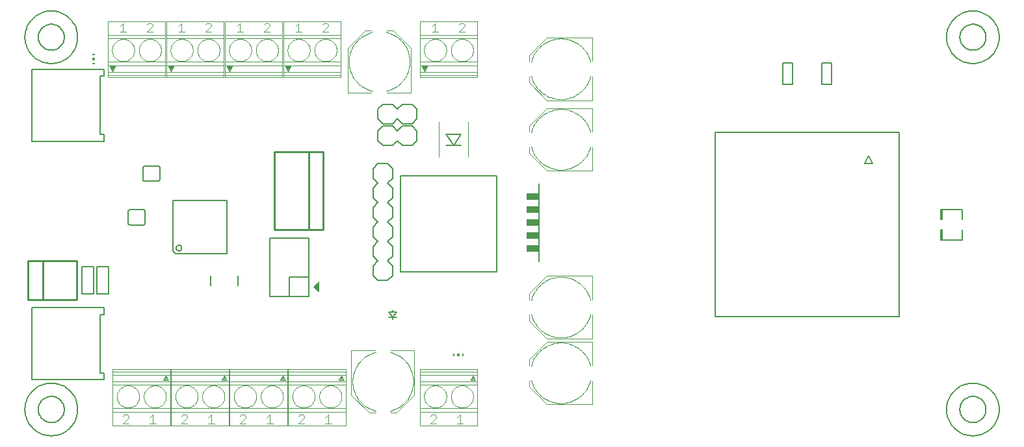
<source format=gto>
G75*
G70*
%OFA0B0*%
%FSLAX24Y24*%
%IPPOS*%
%LPD*%
%AMOC8*
5,1,8,0,0,1.08239X$1,22.5*
%
%ADD10C,0.0060*%
%ADD11C,0.0080*%
%ADD12C,0.0025*%
%ADD13R,0.0059X0.0118*%
%ADD14R,0.0118X0.0118*%
%ADD15R,0.0118X0.0059*%
%ADD16C,0.0050*%
%ADD17C,0.0059*%
%ADD18C,0.0040*%
%ADD19C,0.0100*%
%ADD20C,0.0070*%
%ADD21R,0.0660X0.0380*%
D10*
X005665Y006265D02*
X005667Y006338D01*
X005673Y006411D01*
X005683Y006483D01*
X005697Y006555D01*
X005714Y006626D01*
X005736Y006696D01*
X005761Y006765D01*
X005790Y006832D01*
X005822Y006897D01*
X005858Y006961D01*
X005898Y007023D01*
X005940Y007082D01*
X005986Y007139D01*
X006035Y007193D01*
X006087Y007245D01*
X006141Y007294D01*
X006198Y007340D01*
X006257Y007382D01*
X006319Y007422D01*
X006383Y007458D01*
X006448Y007490D01*
X006515Y007519D01*
X006584Y007544D01*
X006654Y007566D01*
X006725Y007583D01*
X006797Y007597D01*
X006869Y007607D01*
X006942Y007613D01*
X007015Y007615D01*
X007088Y007613D01*
X007161Y007607D01*
X007233Y007597D01*
X007305Y007583D01*
X007376Y007566D01*
X007446Y007544D01*
X007515Y007519D01*
X007582Y007490D01*
X007647Y007458D01*
X007711Y007422D01*
X007773Y007382D01*
X007832Y007340D01*
X007889Y007294D01*
X007943Y007245D01*
X007995Y007193D01*
X008044Y007139D01*
X008090Y007082D01*
X008132Y007023D01*
X008172Y006961D01*
X008208Y006897D01*
X008240Y006832D01*
X008269Y006765D01*
X008294Y006696D01*
X008316Y006626D01*
X008333Y006555D01*
X008347Y006483D01*
X008357Y006411D01*
X008363Y006338D01*
X008365Y006265D01*
X008363Y006192D01*
X008357Y006119D01*
X008347Y006047D01*
X008333Y005975D01*
X008316Y005904D01*
X008294Y005834D01*
X008269Y005765D01*
X008240Y005698D01*
X008208Y005633D01*
X008172Y005569D01*
X008132Y005507D01*
X008090Y005448D01*
X008044Y005391D01*
X007995Y005337D01*
X007943Y005285D01*
X007889Y005236D01*
X007832Y005190D01*
X007773Y005148D01*
X007711Y005108D01*
X007647Y005072D01*
X007582Y005040D01*
X007515Y005011D01*
X007446Y004986D01*
X007376Y004964D01*
X007305Y004947D01*
X007233Y004933D01*
X007161Y004923D01*
X007088Y004917D01*
X007015Y004915D01*
X006942Y004917D01*
X006869Y004923D01*
X006797Y004933D01*
X006725Y004947D01*
X006654Y004964D01*
X006584Y004986D01*
X006515Y005011D01*
X006448Y005040D01*
X006383Y005072D01*
X006319Y005108D01*
X006257Y005148D01*
X006198Y005190D01*
X006141Y005236D01*
X006087Y005285D01*
X006035Y005337D01*
X005986Y005391D01*
X005940Y005448D01*
X005898Y005507D01*
X005858Y005569D01*
X005822Y005633D01*
X005790Y005698D01*
X005761Y005765D01*
X005736Y005834D01*
X005714Y005904D01*
X005697Y005975D01*
X005683Y006047D01*
X005673Y006119D01*
X005667Y006192D01*
X005665Y006265D01*
X018203Y012078D02*
X018203Y015078D01*
X020203Y015078D01*
X020203Y013078D01*
X019203Y013078D01*
X019203Y012078D01*
X018203Y012078D01*
X019203Y012078D02*
X020203Y012078D01*
X020203Y013078D01*
X016020Y014260D02*
X013400Y014260D01*
X013260Y014400D01*
X013260Y017020D01*
X016020Y017020D01*
X016020Y014260D01*
X013419Y014560D02*
X013421Y014583D01*
X013427Y014606D01*
X013436Y014627D01*
X013449Y014647D01*
X013465Y014664D01*
X013483Y014678D01*
X013503Y014689D01*
X013525Y014697D01*
X013548Y014701D01*
X013572Y014701D01*
X013595Y014697D01*
X013617Y014689D01*
X013637Y014678D01*
X013655Y014664D01*
X013671Y014647D01*
X013684Y014627D01*
X013693Y014606D01*
X013699Y014583D01*
X013701Y014560D01*
X013699Y014537D01*
X013693Y014514D01*
X013684Y014493D01*
X013671Y014473D01*
X013655Y014456D01*
X013637Y014442D01*
X013617Y014431D01*
X013595Y014423D01*
X013572Y014419D01*
X013548Y014419D01*
X013525Y014423D01*
X013503Y014431D01*
X013483Y014442D01*
X013465Y014456D01*
X013449Y014473D01*
X013436Y014493D01*
X013427Y014514D01*
X013421Y014537D01*
X013419Y014560D01*
X011823Y015845D02*
X011823Y016435D01*
X011824Y016435D02*
X011820Y016454D01*
X011814Y016471D01*
X011804Y016488D01*
X011792Y016502D01*
X011777Y016514D01*
X011761Y016524D01*
X011743Y016530D01*
X011724Y016534D01*
X011705Y016534D01*
X011075Y016534D01*
X011056Y016534D01*
X011037Y016530D01*
X011019Y016524D01*
X011003Y016514D01*
X010988Y016502D01*
X010976Y016488D01*
X010966Y016471D01*
X010960Y016454D01*
X010956Y016435D01*
X010957Y016435D02*
X010957Y015845D01*
X010956Y015844D02*
X010960Y015826D01*
X010966Y015808D01*
X010976Y015791D01*
X010988Y015777D01*
X011003Y015764D01*
X011019Y015755D01*
X011037Y015749D01*
X011056Y015745D01*
X011075Y015745D01*
X011075Y015746D02*
X011705Y015746D01*
X011724Y015746D01*
X011743Y015750D01*
X011761Y015756D01*
X011777Y015766D01*
X011792Y015778D01*
X011804Y015792D01*
X011814Y015809D01*
X011820Y015826D01*
X011824Y015845D01*
X011825Y017996D02*
X012455Y017996D01*
X012474Y017996D01*
X012493Y018000D01*
X012511Y018006D01*
X012527Y018016D01*
X012542Y018028D01*
X012554Y018042D01*
X012564Y018059D01*
X012570Y018076D01*
X012574Y018095D01*
X012573Y018095D02*
X012573Y018685D01*
X012574Y018686D02*
X012570Y018704D01*
X012564Y018722D01*
X012554Y018739D01*
X012542Y018753D01*
X012527Y018766D01*
X012511Y018775D01*
X012493Y018781D01*
X012474Y018785D01*
X012455Y018785D01*
X012455Y018784D02*
X011825Y018784D01*
X011806Y018784D01*
X011787Y018780D01*
X011769Y018774D01*
X011753Y018764D01*
X011738Y018752D01*
X011726Y018738D01*
X011716Y018721D01*
X011710Y018704D01*
X011706Y018685D01*
X011707Y018685D02*
X011707Y018095D01*
X011706Y018095D02*
X011710Y018076D01*
X011716Y018059D01*
X011726Y018042D01*
X011738Y018028D01*
X011753Y018016D01*
X011769Y018006D01*
X011787Y018000D01*
X011806Y017996D01*
X011825Y017996D01*
X005665Y025390D02*
X005667Y025463D01*
X005673Y025536D01*
X005683Y025608D01*
X005697Y025680D01*
X005714Y025751D01*
X005736Y025821D01*
X005761Y025890D01*
X005790Y025957D01*
X005822Y026022D01*
X005858Y026086D01*
X005898Y026148D01*
X005940Y026207D01*
X005986Y026264D01*
X006035Y026318D01*
X006087Y026370D01*
X006141Y026419D01*
X006198Y026465D01*
X006257Y026507D01*
X006319Y026547D01*
X006383Y026583D01*
X006448Y026615D01*
X006515Y026644D01*
X006584Y026669D01*
X006654Y026691D01*
X006725Y026708D01*
X006797Y026722D01*
X006869Y026732D01*
X006942Y026738D01*
X007015Y026740D01*
X007088Y026738D01*
X007161Y026732D01*
X007233Y026722D01*
X007305Y026708D01*
X007376Y026691D01*
X007446Y026669D01*
X007515Y026644D01*
X007582Y026615D01*
X007647Y026583D01*
X007711Y026547D01*
X007773Y026507D01*
X007832Y026465D01*
X007889Y026419D01*
X007943Y026370D01*
X007995Y026318D01*
X008044Y026264D01*
X008090Y026207D01*
X008132Y026148D01*
X008172Y026086D01*
X008208Y026022D01*
X008240Y025957D01*
X008269Y025890D01*
X008294Y025821D01*
X008316Y025751D01*
X008333Y025680D01*
X008347Y025608D01*
X008357Y025536D01*
X008363Y025463D01*
X008365Y025390D01*
X008363Y025317D01*
X008357Y025244D01*
X008347Y025172D01*
X008333Y025100D01*
X008316Y025029D01*
X008294Y024959D01*
X008269Y024890D01*
X008240Y024823D01*
X008208Y024758D01*
X008172Y024694D01*
X008132Y024632D01*
X008090Y024573D01*
X008044Y024516D01*
X007995Y024462D01*
X007943Y024410D01*
X007889Y024361D01*
X007832Y024315D01*
X007773Y024273D01*
X007711Y024233D01*
X007647Y024197D01*
X007582Y024165D01*
X007515Y024136D01*
X007446Y024111D01*
X007376Y024089D01*
X007305Y024072D01*
X007233Y024058D01*
X007161Y024048D01*
X007088Y024042D01*
X007015Y024040D01*
X006942Y024042D01*
X006869Y024048D01*
X006797Y024058D01*
X006725Y024072D01*
X006654Y024089D01*
X006584Y024111D01*
X006515Y024136D01*
X006448Y024165D01*
X006383Y024197D01*
X006319Y024233D01*
X006257Y024273D01*
X006198Y024315D01*
X006141Y024361D01*
X006087Y024410D01*
X006035Y024462D01*
X005986Y024516D01*
X005940Y024573D01*
X005898Y024632D01*
X005858Y024694D01*
X005822Y024758D01*
X005790Y024823D01*
X005761Y024890D01*
X005736Y024959D01*
X005714Y025029D01*
X005697Y025100D01*
X005683Y025172D01*
X005673Y025244D01*
X005667Y025317D01*
X005665Y025390D01*
X044505Y024075D02*
X044505Y022955D01*
X045025Y022955D01*
X045025Y024075D01*
X044505Y024075D01*
X046505Y024075D02*
X046505Y022955D01*
X047025Y022955D01*
X047025Y024075D01*
X046505Y024075D01*
X052915Y025390D02*
X052917Y025463D01*
X052923Y025536D01*
X052933Y025608D01*
X052947Y025680D01*
X052964Y025751D01*
X052986Y025821D01*
X053011Y025890D01*
X053040Y025957D01*
X053072Y026022D01*
X053108Y026086D01*
X053148Y026148D01*
X053190Y026207D01*
X053236Y026264D01*
X053285Y026318D01*
X053337Y026370D01*
X053391Y026419D01*
X053448Y026465D01*
X053507Y026507D01*
X053569Y026547D01*
X053633Y026583D01*
X053698Y026615D01*
X053765Y026644D01*
X053834Y026669D01*
X053904Y026691D01*
X053975Y026708D01*
X054047Y026722D01*
X054119Y026732D01*
X054192Y026738D01*
X054265Y026740D01*
X054338Y026738D01*
X054411Y026732D01*
X054483Y026722D01*
X054555Y026708D01*
X054626Y026691D01*
X054696Y026669D01*
X054765Y026644D01*
X054832Y026615D01*
X054897Y026583D01*
X054961Y026547D01*
X055023Y026507D01*
X055082Y026465D01*
X055139Y026419D01*
X055193Y026370D01*
X055245Y026318D01*
X055294Y026264D01*
X055340Y026207D01*
X055382Y026148D01*
X055422Y026086D01*
X055458Y026022D01*
X055490Y025957D01*
X055519Y025890D01*
X055544Y025821D01*
X055566Y025751D01*
X055583Y025680D01*
X055597Y025608D01*
X055607Y025536D01*
X055613Y025463D01*
X055615Y025390D01*
X055613Y025317D01*
X055607Y025244D01*
X055597Y025172D01*
X055583Y025100D01*
X055566Y025029D01*
X055544Y024959D01*
X055519Y024890D01*
X055490Y024823D01*
X055458Y024758D01*
X055422Y024694D01*
X055382Y024632D01*
X055340Y024573D01*
X055294Y024516D01*
X055245Y024462D01*
X055193Y024410D01*
X055139Y024361D01*
X055082Y024315D01*
X055023Y024273D01*
X054961Y024233D01*
X054897Y024197D01*
X054832Y024165D01*
X054765Y024136D01*
X054696Y024111D01*
X054626Y024089D01*
X054555Y024072D01*
X054483Y024058D01*
X054411Y024048D01*
X054338Y024042D01*
X054265Y024040D01*
X054192Y024042D01*
X054119Y024048D01*
X054047Y024058D01*
X053975Y024072D01*
X053904Y024089D01*
X053834Y024111D01*
X053765Y024136D01*
X053698Y024165D01*
X053633Y024197D01*
X053569Y024233D01*
X053507Y024273D01*
X053448Y024315D01*
X053391Y024361D01*
X053337Y024410D01*
X053285Y024462D01*
X053236Y024516D01*
X053190Y024573D01*
X053148Y024632D01*
X053108Y024694D01*
X053072Y024758D01*
X053040Y024823D01*
X053011Y024890D01*
X052986Y024959D01*
X052964Y025029D01*
X052947Y025100D01*
X052933Y025172D01*
X052923Y025244D01*
X052917Y025317D01*
X052915Y025390D01*
X052915Y006265D02*
X052917Y006338D01*
X052923Y006411D01*
X052933Y006483D01*
X052947Y006555D01*
X052964Y006626D01*
X052986Y006696D01*
X053011Y006765D01*
X053040Y006832D01*
X053072Y006897D01*
X053108Y006961D01*
X053148Y007023D01*
X053190Y007082D01*
X053236Y007139D01*
X053285Y007193D01*
X053337Y007245D01*
X053391Y007294D01*
X053448Y007340D01*
X053507Y007382D01*
X053569Y007422D01*
X053633Y007458D01*
X053698Y007490D01*
X053765Y007519D01*
X053834Y007544D01*
X053904Y007566D01*
X053975Y007583D01*
X054047Y007597D01*
X054119Y007607D01*
X054192Y007613D01*
X054265Y007615D01*
X054338Y007613D01*
X054411Y007607D01*
X054483Y007597D01*
X054555Y007583D01*
X054626Y007566D01*
X054696Y007544D01*
X054765Y007519D01*
X054832Y007490D01*
X054897Y007458D01*
X054961Y007422D01*
X055023Y007382D01*
X055082Y007340D01*
X055139Y007294D01*
X055193Y007245D01*
X055245Y007193D01*
X055294Y007139D01*
X055340Y007082D01*
X055382Y007023D01*
X055422Y006961D01*
X055458Y006897D01*
X055490Y006832D01*
X055519Y006765D01*
X055544Y006696D01*
X055566Y006626D01*
X055583Y006555D01*
X055597Y006483D01*
X055607Y006411D01*
X055613Y006338D01*
X055615Y006265D01*
X055613Y006192D01*
X055607Y006119D01*
X055597Y006047D01*
X055583Y005975D01*
X055566Y005904D01*
X055544Y005834D01*
X055519Y005765D01*
X055490Y005698D01*
X055458Y005633D01*
X055422Y005569D01*
X055382Y005507D01*
X055340Y005448D01*
X055294Y005391D01*
X055245Y005337D01*
X055193Y005285D01*
X055139Y005236D01*
X055082Y005190D01*
X055023Y005148D01*
X054961Y005108D01*
X054897Y005072D01*
X054832Y005040D01*
X054765Y005011D01*
X054696Y004986D01*
X054626Y004964D01*
X054555Y004947D01*
X054483Y004933D01*
X054411Y004923D01*
X054338Y004917D01*
X054265Y004915D01*
X054192Y004917D01*
X054119Y004923D01*
X054047Y004933D01*
X053975Y004947D01*
X053904Y004964D01*
X053834Y004986D01*
X053765Y005011D01*
X053698Y005040D01*
X053633Y005072D01*
X053569Y005108D01*
X053507Y005148D01*
X053448Y005190D01*
X053391Y005236D01*
X053337Y005285D01*
X053285Y005337D01*
X053236Y005391D01*
X053190Y005448D01*
X053148Y005507D01*
X053108Y005569D01*
X053072Y005633D01*
X053040Y005698D01*
X053011Y005765D01*
X052986Y005834D01*
X052964Y005904D01*
X052947Y005975D01*
X052933Y006047D01*
X052923Y006119D01*
X052917Y006192D01*
X052915Y006265D01*
D11*
X053596Y006265D02*
X053598Y006316D01*
X053604Y006367D01*
X053614Y006417D01*
X053627Y006467D01*
X053645Y006515D01*
X053665Y006562D01*
X053690Y006607D01*
X053718Y006650D01*
X053749Y006691D01*
X053783Y006729D01*
X053820Y006764D01*
X053859Y006797D01*
X053901Y006827D01*
X053945Y006853D01*
X053991Y006875D01*
X054039Y006895D01*
X054088Y006910D01*
X054138Y006922D01*
X054188Y006930D01*
X054239Y006934D01*
X054291Y006934D01*
X054342Y006930D01*
X054392Y006922D01*
X054442Y006910D01*
X054491Y006895D01*
X054539Y006875D01*
X054585Y006853D01*
X054629Y006827D01*
X054671Y006797D01*
X054710Y006764D01*
X054747Y006729D01*
X054781Y006691D01*
X054812Y006650D01*
X054840Y006607D01*
X054865Y006562D01*
X054885Y006515D01*
X054903Y006467D01*
X054916Y006417D01*
X054926Y006367D01*
X054932Y006316D01*
X054934Y006265D01*
X054932Y006214D01*
X054926Y006163D01*
X054916Y006113D01*
X054903Y006063D01*
X054885Y006015D01*
X054865Y005968D01*
X054840Y005923D01*
X054812Y005880D01*
X054781Y005839D01*
X054747Y005801D01*
X054710Y005766D01*
X054671Y005733D01*
X054629Y005703D01*
X054585Y005677D01*
X054539Y005655D01*
X054491Y005635D01*
X054442Y005620D01*
X054392Y005608D01*
X054342Y005600D01*
X054291Y005596D01*
X054239Y005596D01*
X054188Y005600D01*
X054138Y005608D01*
X054088Y005620D01*
X054039Y005635D01*
X053991Y005655D01*
X053945Y005677D01*
X053901Y005703D01*
X053859Y005733D01*
X053820Y005766D01*
X053783Y005801D01*
X053749Y005839D01*
X053718Y005880D01*
X053690Y005923D01*
X053665Y005968D01*
X053645Y006015D01*
X053627Y006063D01*
X053614Y006113D01*
X053604Y006163D01*
X053598Y006214D01*
X053596Y006265D01*
X032006Y013859D02*
X032006Y017871D01*
X028034Y019853D02*
X027246Y019853D01*
X027640Y019853D02*
X027246Y020393D01*
X028034Y020393D01*
X027640Y019853D01*
X025765Y020078D02*
X025765Y020578D01*
X025515Y020828D01*
X025015Y020828D01*
X024765Y020578D01*
X024515Y020828D01*
X024015Y020828D01*
X023765Y020578D01*
X023765Y020078D01*
X024015Y019828D01*
X024515Y019828D01*
X024765Y020078D01*
X025015Y019828D01*
X025515Y019828D01*
X025765Y020078D01*
X025515Y020953D02*
X025015Y020953D01*
X024765Y021203D01*
X024515Y020953D01*
X024015Y020953D01*
X023765Y021203D01*
X023765Y021703D01*
X024015Y021953D01*
X024515Y021953D01*
X024765Y021703D01*
X025015Y021953D01*
X025515Y021953D01*
X025765Y021703D01*
X025765Y021203D01*
X025515Y020953D01*
X024265Y018890D02*
X023765Y018890D01*
X023515Y018640D01*
X023515Y018140D01*
X023765Y017890D01*
X023515Y017640D01*
X023515Y017140D01*
X023765Y016890D01*
X023515Y016640D01*
X023515Y016140D01*
X023765Y015890D01*
X023515Y015640D01*
X023515Y015140D01*
X023765Y014890D01*
X023515Y014640D01*
X023515Y014140D01*
X023765Y013890D01*
X023515Y013640D01*
X023515Y013140D01*
X023765Y012890D01*
X024265Y012890D01*
X024515Y013140D01*
X024515Y013640D01*
X024265Y013890D01*
X024515Y014140D01*
X024515Y014640D01*
X024265Y014890D01*
X024515Y015140D01*
X024515Y015640D01*
X024265Y015890D01*
X024515Y016140D01*
X024515Y016640D01*
X024265Y016890D01*
X024515Y017140D01*
X024515Y017640D01*
X024265Y017890D01*
X024515Y018140D01*
X024515Y018640D01*
X024265Y018890D01*
X016599Y013146D02*
X016599Y012634D01*
X015181Y012634D02*
X015181Y013146D01*
X006346Y006265D02*
X006348Y006316D01*
X006354Y006367D01*
X006364Y006417D01*
X006377Y006467D01*
X006395Y006515D01*
X006415Y006562D01*
X006440Y006607D01*
X006468Y006650D01*
X006499Y006691D01*
X006533Y006729D01*
X006570Y006764D01*
X006609Y006797D01*
X006651Y006827D01*
X006695Y006853D01*
X006741Y006875D01*
X006789Y006895D01*
X006838Y006910D01*
X006888Y006922D01*
X006938Y006930D01*
X006989Y006934D01*
X007041Y006934D01*
X007092Y006930D01*
X007142Y006922D01*
X007192Y006910D01*
X007241Y006895D01*
X007289Y006875D01*
X007335Y006853D01*
X007379Y006827D01*
X007421Y006797D01*
X007460Y006764D01*
X007497Y006729D01*
X007531Y006691D01*
X007562Y006650D01*
X007590Y006607D01*
X007615Y006562D01*
X007635Y006515D01*
X007653Y006467D01*
X007666Y006417D01*
X007676Y006367D01*
X007682Y006316D01*
X007684Y006265D01*
X007682Y006214D01*
X007676Y006163D01*
X007666Y006113D01*
X007653Y006063D01*
X007635Y006015D01*
X007615Y005968D01*
X007590Y005923D01*
X007562Y005880D01*
X007531Y005839D01*
X007497Y005801D01*
X007460Y005766D01*
X007421Y005733D01*
X007379Y005703D01*
X007335Y005677D01*
X007289Y005655D01*
X007241Y005635D01*
X007192Y005620D01*
X007142Y005608D01*
X007092Y005600D01*
X007041Y005596D01*
X006989Y005596D01*
X006938Y005600D01*
X006888Y005608D01*
X006838Y005620D01*
X006789Y005635D01*
X006741Y005655D01*
X006695Y005677D01*
X006651Y005703D01*
X006609Y005733D01*
X006570Y005766D01*
X006533Y005801D01*
X006499Y005839D01*
X006468Y005880D01*
X006440Y005923D01*
X006415Y005968D01*
X006395Y006015D01*
X006377Y006063D01*
X006364Y006113D01*
X006354Y006163D01*
X006348Y006214D01*
X006346Y006265D01*
X006346Y025390D02*
X006348Y025441D01*
X006354Y025492D01*
X006364Y025542D01*
X006377Y025592D01*
X006395Y025640D01*
X006415Y025687D01*
X006440Y025732D01*
X006468Y025775D01*
X006499Y025816D01*
X006533Y025854D01*
X006570Y025889D01*
X006609Y025922D01*
X006651Y025952D01*
X006695Y025978D01*
X006741Y026000D01*
X006789Y026020D01*
X006838Y026035D01*
X006888Y026047D01*
X006938Y026055D01*
X006989Y026059D01*
X007041Y026059D01*
X007092Y026055D01*
X007142Y026047D01*
X007192Y026035D01*
X007241Y026020D01*
X007289Y026000D01*
X007335Y025978D01*
X007379Y025952D01*
X007421Y025922D01*
X007460Y025889D01*
X007497Y025854D01*
X007531Y025816D01*
X007562Y025775D01*
X007590Y025732D01*
X007615Y025687D01*
X007635Y025640D01*
X007653Y025592D01*
X007666Y025542D01*
X007676Y025492D01*
X007682Y025441D01*
X007684Y025390D01*
X007682Y025339D01*
X007676Y025288D01*
X007666Y025238D01*
X007653Y025188D01*
X007635Y025140D01*
X007615Y025093D01*
X007590Y025048D01*
X007562Y025005D01*
X007531Y024964D01*
X007497Y024926D01*
X007460Y024891D01*
X007421Y024858D01*
X007379Y024828D01*
X007335Y024802D01*
X007289Y024780D01*
X007241Y024760D01*
X007192Y024745D01*
X007142Y024733D01*
X007092Y024725D01*
X007041Y024721D01*
X006989Y024721D01*
X006938Y024725D01*
X006888Y024733D01*
X006838Y024745D01*
X006789Y024760D01*
X006741Y024780D01*
X006695Y024802D01*
X006651Y024828D01*
X006609Y024858D01*
X006570Y024891D01*
X006533Y024926D01*
X006499Y024964D01*
X006468Y025005D01*
X006440Y025048D01*
X006415Y025093D01*
X006395Y025140D01*
X006377Y025188D01*
X006364Y025238D01*
X006354Y025288D01*
X006348Y025339D01*
X006346Y025390D01*
X053596Y025390D02*
X053598Y025441D01*
X053604Y025492D01*
X053614Y025542D01*
X053627Y025592D01*
X053645Y025640D01*
X053665Y025687D01*
X053690Y025732D01*
X053718Y025775D01*
X053749Y025816D01*
X053783Y025854D01*
X053820Y025889D01*
X053859Y025922D01*
X053901Y025952D01*
X053945Y025978D01*
X053991Y026000D01*
X054039Y026020D01*
X054088Y026035D01*
X054138Y026047D01*
X054188Y026055D01*
X054239Y026059D01*
X054291Y026059D01*
X054342Y026055D01*
X054392Y026047D01*
X054442Y026035D01*
X054491Y026020D01*
X054539Y026000D01*
X054585Y025978D01*
X054629Y025952D01*
X054671Y025922D01*
X054710Y025889D01*
X054747Y025854D01*
X054781Y025816D01*
X054812Y025775D01*
X054840Y025732D01*
X054865Y025687D01*
X054885Y025640D01*
X054903Y025592D01*
X054916Y025542D01*
X054926Y025492D01*
X054932Y025441D01*
X054934Y025390D01*
X054932Y025339D01*
X054926Y025288D01*
X054916Y025238D01*
X054903Y025188D01*
X054885Y025140D01*
X054865Y025093D01*
X054840Y025048D01*
X054812Y025005D01*
X054781Y024964D01*
X054747Y024926D01*
X054710Y024891D01*
X054671Y024858D01*
X054629Y024828D01*
X054585Y024802D01*
X054539Y024780D01*
X054491Y024760D01*
X054442Y024745D01*
X054392Y024733D01*
X054342Y024725D01*
X054291Y024721D01*
X054239Y024721D01*
X054188Y024725D01*
X054138Y024733D01*
X054088Y024745D01*
X054039Y024760D01*
X053991Y024780D01*
X053945Y024802D01*
X053901Y024828D01*
X053859Y024858D01*
X053820Y024891D01*
X053783Y024926D01*
X053749Y024964D01*
X053718Y025005D01*
X053690Y025048D01*
X053665Y025093D01*
X053645Y025140D01*
X053627Y025188D01*
X053614Y025238D01*
X053604Y025288D01*
X053598Y025339D01*
X053596Y025390D01*
D12*
X020703Y012828D02*
X020703Y012328D01*
X020453Y012578D01*
X020703Y012828D01*
X020703Y012820D02*
X020695Y012820D01*
X020703Y012796D02*
X020671Y012796D01*
X020648Y012773D02*
X020703Y012773D01*
X020703Y012749D02*
X020624Y012749D01*
X020601Y012726D02*
X020703Y012726D01*
X020703Y012702D02*
X020577Y012702D01*
X020554Y012679D02*
X020703Y012679D01*
X020703Y012656D02*
X020531Y012656D01*
X020507Y012632D02*
X020703Y012632D01*
X020703Y012609D02*
X020484Y012609D01*
X020460Y012585D02*
X020703Y012585D01*
X020703Y012562D02*
X020468Y012562D01*
X020492Y012538D02*
X020703Y012538D01*
X020703Y012515D02*
X020515Y012515D01*
X020539Y012491D02*
X020703Y012491D01*
X020703Y012468D02*
X020562Y012468D01*
X020586Y012444D02*
X020703Y012444D01*
X020703Y012421D02*
X020609Y012421D01*
X020633Y012397D02*
X020703Y012397D01*
X020703Y012374D02*
X020656Y012374D01*
X020679Y012351D02*
X020703Y012351D01*
D13*
X027654Y009081D03*
X028126Y009081D03*
D14*
X027890Y009081D03*
X009199Y024265D03*
D15*
X009199Y024029D03*
X009199Y024501D03*
D16*
X024929Y018276D02*
X024929Y013354D01*
X029851Y013354D01*
X029851Y018276D01*
X024929Y018276D01*
X024515Y011361D02*
X024515Y011265D01*
X024327Y011265D01*
X024515Y011015D01*
X024515Y010919D01*
X024515Y011015D02*
X024327Y011015D01*
X024515Y011015D02*
X024703Y011015D01*
X024515Y011015D02*
X024703Y011265D01*
X024515Y011265D01*
X009940Y012190D02*
X009340Y012190D01*
X009340Y013590D01*
X009940Y013590D01*
X009940Y012190D01*
X009190Y012190D02*
X008590Y012190D01*
X008590Y013590D01*
X009190Y013590D01*
X009190Y012190D01*
X041041Y011041D02*
X050489Y011041D01*
X050489Y020489D01*
X041041Y020489D01*
X041041Y011041D01*
X052612Y014978D02*
X052691Y014978D01*
X053714Y014978D01*
X053714Y015489D01*
X053714Y016041D02*
X053714Y016552D01*
X052691Y016552D01*
X052612Y016552D01*
X052612Y016041D01*
X052691Y016041D01*
X052691Y016552D01*
X052651Y016552D02*
X052651Y016041D01*
X052651Y015489D02*
X052651Y014978D01*
X052612Y014978D02*
X052612Y015489D01*
X052691Y015489D01*
X052691Y014978D01*
D17*
X049111Y018915D02*
X048718Y018915D01*
X048915Y019308D01*
X049111Y018915D01*
D18*
X010164Y006137D02*
X010164Y005453D01*
X013116Y005453D01*
X013116Y006137D01*
X010164Y006137D01*
X010164Y006324D01*
X013116Y006324D01*
X013116Y007526D01*
X013116Y007716D01*
X013116Y008036D01*
X013116Y008209D01*
X013116Y008327D01*
X010164Y008327D01*
X010164Y008209D01*
X010164Y008036D01*
X013116Y008036D01*
X013164Y008036D02*
X013164Y007716D01*
X013164Y007526D01*
X016116Y007526D01*
X016116Y007716D01*
X016116Y008036D01*
X016116Y008209D01*
X016116Y008327D01*
X013164Y008327D01*
X013164Y008209D01*
X013164Y008036D01*
X016116Y008036D01*
X016164Y008036D02*
X016164Y008209D01*
X019116Y008209D01*
X019116Y008036D01*
X016164Y008036D01*
X016164Y007716D01*
X016164Y007526D01*
X019116Y007526D01*
X019116Y007716D01*
X019116Y008036D01*
X019164Y008036D02*
X019164Y008209D01*
X022116Y008209D01*
X022116Y008036D01*
X019164Y008036D01*
X019164Y007716D01*
X019164Y007526D01*
X022116Y007526D01*
X022116Y007716D01*
X022116Y008036D01*
X022116Y008209D02*
X022116Y008327D01*
X019164Y008327D01*
X019164Y008209D01*
X019116Y008209D02*
X019116Y008327D01*
X016164Y008327D01*
X016164Y008209D01*
X016116Y008209D02*
X013164Y008209D01*
X013116Y008209D02*
X010164Y008209D01*
X010164Y008036D02*
X010164Y007716D01*
X010164Y007526D01*
X013116Y007526D01*
X013164Y007526D02*
X013164Y006324D01*
X016116Y006324D01*
X016116Y007526D01*
X016164Y007526D02*
X016164Y006324D01*
X019116Y006324D01*
X019116Y007526D01*
X019164Y007526D02*
X019164Y006324D01*
X022116Y006324D01*
X022116Y007526D01*
X022116Y007716D02*
X019164Y007716D01*
X019116Y007716D02*
X016164Y007716D01*
X016116Y007716D02*
X013164Y007716D01*
X013116Y007716D02*
X010164Y007716D01*
X010164Y007526D02*
X010164Y006324D01*
X010476Y006649D02*
X010479Y006652D01*
X010380Y006929D02*
X010382Y006976D01*
X010388Y007023D01*
X010397Y007069D01*
X010411Y007114D01*
X010428Y007158D01*
X010449Y007201D01*
X010473Y007241D01*
X010500Y007280D01*
X010531Y007316D01*
X010564Y007349D01*
X010600Y007380D01*
X010639Y007407D01*
X010679Y007431D01*
X010722Y007452D01*
X010766Y007469D01*
X010811Y007483D01*
X010857Y007492D01*
X010904Y007498D01*
X010951Y007500D01*
X010998Y007498D01*
X011045Y007492D01*
X011091Y007483D01*
X011136Y007469D01*
X011180Y007452D01*
X011223Y007431D01*
X011263Y007407D01*
X011302Y007380D01*
X011338Y007349D01*
X011371Y007316D01*
X011402Y007280D01*
X011429Y007241D01*
X011453Y007201D01*
X011474Y007158D01*
X011491Y007114D01*
X011505Y007069D01*
X011514Y007023D01*
X011520Y006976D01*
X011522Y006929D01*
X011520Y006882D01*
X011514Y006835D01*
X011505Y006789D01*
X011491Y006744D01*
X011474Y006700D01*
X011453Y006657D01*
X011429Y006617D01*
X011402Y006578D01*
X011371Y006542D01*
X011338Y006509D01*
X011302Y006478D01*
X011263Y006451D01*
X011223Y006427D01*
X011180Y006406D01*
X011136Y006389D01*
X011091Y006375D01*
X011045Y006366D01*
X010998Y006360D01*
X010951Y006358D01*
X010904Y006360D01*
X010857Y006366D01*
X010811Y006375D01*
X010766Y006389D01*
X010722Y006406D01*
X010679Y006427D01*
X010639Y006451D01*
X010600Y006478D01*
X010564Y006509D01*
X010531Y006542D01*
X010500Y006578D01*
X010473Y006617D01*
X010449Y006657D01*
X010428Y006700D01*
X010411Y006744D01*
X010397Y006789D01*
X010388Y006835D01*
X010382Y006882D01*
X010380Y006929D01*
X010767Y005995D02*
X010691Y005919D01*
X010767Y005995D02*
X010921Y005995D01*
X010998Y005919D01*
X010998Y005842D01*
X010691Y005535D01*
X010998Y005535D01*
X012066Y005535D02*
X012373Y005535D01*
X012219Y005535D02*
X012219Y005995D01*
X012066Y005842D01*
X013116Y006137D02*
X013116Y006324D01*
X013164Y006324D02*
X013164Y006137D01*
X013164Y005453D01*
X016116Y005453D01*
X016116Y006137D01*
X013164Y006137D01*
X013691Y005919D02*
X013767Y005995D01*
X013921Y005995D01*
X013998Y005919D01*
X013998Y005842D01*
X013691Y005535D01*
X013998Y005535D01*
X015066Y005535D02*
X015373Y005535D01*
X015219Y005535D02*
X015219Y005995D01*
X015066Y005842D01*
X016116Y006137D02*
X016116Y006324D01*
X016164Y006324D02*
X016164Y006137D01*
X016164Y005453D01*
X019116Y005453D01*
X019116Y006137D01*
X016164Y006137D01*
X016691Y005919D02*
X016767Y005995D01*
X016921Y005995D01*
X016998Y005919D01*
X016998Y005842D01*
X016691Y005535D01*
X016998Y005535D01*
X018066Y005535D02*
X018373Y005535D01*
X018219Y005535D02*
X018219Y005995D01*
X018066Y005842D01*
X019116Y006137D02*
X019116Y006324D01*
X019164Y006324D02*
X019164Y006137D01*
X019164Y005453D01*
X022116Y005453D01*
X022116Y006137D01*
X019164Y006137D01*
X019691Y005919D02*
X019767Y005995D01*
X019921Y005995D01*
X019998Y005919D01*
X019998Y005842D01*
X019691Y005535D01*
X019998Y005535D01*
X021066Y005535D02*
X021373Y005535D01*
X021219Y005535D02*
X021219Y005995D01*
X021066Y005842D01*
X022116Y006137D02*
X022116Y006324D01*
X020758Y006929D02*
X020760Y006976D01*
X020766Y007023D01*
X020775Y007069D01*
X020789Y007114D01*
X020806Y007158D01*
X020827Y007201D01*
X020851Y007241D01*
X020878Y007280D01*
X020909Y007316D01*
X020942Y007349D01*
X020978Y007380D01*
X021017Y007407D01*
X021057Y007431D01*
X021100Y007452D01*
X021144Y007469D01*
X021189Y007483D01*
X021235Y007492D01*
X021282Y007498D01*
X021329Y007500D01*
X021376Y007498D01*
X021423Y007492D01*
X021469Y007483D01*
X021514Y007469D01*
X021558Y007452D01*
X021601Y007431D01*
X021641Y007407D01*
X021680Y007380D01*
X021716Y007349D01*
X021749Y007316D01*
X021780Y007280D01*
X021807Y007241D01*
X021831Y007201D01*
X021852Y007158D01*
X021869Y007114D01*
X021883Y007069D01*
X021892Y007023D01*
X021898Y006976D01*
X021900Y006929D01*
X021898Y006882D01*
X021892Y006835D01*
X021883Y006789D01*
X021869Y006744D01*
X021852Y006700D01*
X021831Y006657D01*
X021807Y006617D01*
X021780Y006578D01*
X021749Y006542D01*
X021716Y006509D01*
X021680Y006478D01*
X021641Y006451D01*
X021601Y006427D01*
X021558Y006406D01*
X021514Y006389D01*
X021469Y006375D01*
X021423Y006366D01*
X021376Y006360D01*
X021329Y006358D01*
X021282Y006360D01*
X021235Y006366D01*
X021189Y006375D01*
X021144Y006389D01*
X021100Y006406D01*
X021057Y006427D01*
X021017Y006451D01*
X020978Y006478D01*
X020942Y006509D01*
X020909Y006542D01*
X020878Y006578D01*
X020851Y006617D01*
X020827Y006657D01*
X020806Y006700D01*
X020789Y006744D01*
X020775Y006789D01*
X020766Y006835D01*
X020760Y006882D01*
X020758Y006929D01*
X020857Y006652D02*
X020854Y006649D01*
X019380Y006929D02*
X019382Y006976D01*
X019388Y007023D01*
X019397Y007069D01*
X019411Y007114D01*
X019428Y007158D01*
X019449Y007201D01*
X019473Y007241D01*
X019500Y007280D01*
X019531Y007316D01*
X019564Y007349D01*
X019600Y007380D01*
X019639Y007407D01*
X019679Y007431D01*
X019722Y007452D01*
X019766Y007469D01*
X019811Y007483D01*
X019857Y007492D01*
X019904Y007498D01*
X019951Y007500D01*
X019998Y007498D01*
X020045Y007492D01*
X020091Y007483D01*
X020136Y007469D01*
X020180Y007452D01*
X020223Y007431D01*
X020263Y007407D01*
X020302Y007380D01*
X020338Y007349D01*
X020371Y007316D01*
X020402Y007280D01*
X020429Y007241D01*
X020453Y007201D01*
X020474Y007158D01*
X020491Y007114D01*
X020505Y007069D01*
X020514Y007023D01*
X020520Y006976D01*
X020522Y006929D01*
X020520Y006882D01*
X020514Y006835D01*
X020505Y006789D01*
X020491Y006744D01*
X020474Y006700D01*
X020453Y006657D01*
X020429Y006617D01*
X020402Y006578D01*
X020371Y006542D01*
X020338Y006509D01*
X020302Y006478D01*
X020263Y006451D01*
X020223Y006427D01*
X020180Y006406D01*
X020136Y006389D01*
X020091Y006375D01*
X020045Y006366D01*
X019998Y006360D01*
X019951Y006358D01*
X019904Y006360D01*
X019857Y006366D01*
X019811Y006375D01*
X019766Y006389D01*
X019722Y006406D01*
X019679Y006427D01*
X019639Y006451D01*
X019600Y006478D01*
X019564Y006509D01*
X019531Y006542D01*
X019500Y006578D01*
X019473Y006617D01*
X019449Y006657D01*
X019428Y006700D01*
X019411Y006744D01*
X019397Y006789D01*
X019388Y006835D01*
X019382Y006882D01*
X019380Y006929D01*
X019479Y006652D02*
X019476Y006649D01*
X017758Y006929D02*
X017760Y006976D01*
X017766Y007023D01*
X017775Y007069D01*
X017789Y007114D01*
X017806Y007158D01*
X017827Y007201D01*
X017851Y007241D01*
X017878Y007280D01*
X017909Y007316D01*
X017942Y007349D01*
X017978Y007380D01*
X018017Y007407D01*
X018057Y007431D01*
X018100Y007452D01*
X018144Y007469D01*
X018189Y007483D01*
X018235Y007492D01*
X018282Y007498D01*
X018329Y007500D01*
X018376Y007498D01*
X018423Y007492D01*
X018469Y007483D01*
X018514Y007469D01*
X018558Y007452D01*
X018601Y007431D01*
X018641Y007407D01*
X018680Y007380D01*
X018716Y007349D01*
X018749Y007316D01*
X018780Y007280D01*
X018807Y007241D01*
X018831Y007201D01*
X018852Y007158D01*
X018869Y007114D01*
X018883Y007069D01*
X018892Y007023D01*
X018898Y006976D01*
X018900Y006929D01*
X018898Y006882D01*
X018892Y006835D01*
X018883Y006789D01*
X018869Y006744D01*
X018852Y006700D01*
X018831Y006657D01*
X018807Y006617D01*
X018780Y006578D01*
X018749Y006542D01*
X018716Y006509D01*
X018680Y006478D01*
X018641Y006451D01*
X018601Y006427D01*
X018558Y006406D01*
X018514Y006389D01*
X018469Y006375D01*
X018423Y006366D01*
X018376Y006360D01*
X018329Y006358D01*
X018282Y006360D01*
X018235Y006366D01*
X018189Y006375D01*
X018144Y006389D01*
X018100Y006406D01*
X018057Y006427D01*
X018017Y006451D01*
X017978Y006478D01*
X017942Y006509D01*
X017909Y006542D01*
X017878Y006578D01*
X017851Y006617D01*
X017827Y006657D01*
X017806Y006700D01*
X017789Y006744D01*
X017775Y006789D01*
X017766Y006835D01*
X017760Y006882D01*
X017758Y006929D01*
X017857Y006652D02*
X017854Y006649D01*
X016380Y006929D02*
X016382Y006976D01*
X016388Y007023D01*
X016397Y007069D01*
X016411Y007114D01*
X016428Y007158D01*
X016449Y007201D01*
X016473Y007241D01*
X016500Y007280D01*
X016531Y007316D01*
X016564Y007349D01*
X016600Y007380D01*
X016639Y007407D01*
X016679Y007431D01*
X016722Y007452D01*
X016766Y007469D01*
X016811Y007483D01*
X016857Y007492D01*
X016904Y007498D01*
X016951Y007500D01*
X016998Y007498D01*
X017045Y007492D01*
X017091Y007483D01*
X017136Y007469D01*
X017180Y007452D01*
X017223Y007431D01*
X017263Y007407D01*
X017302Y007380D01*
X017338Y007349D01*
X017371Y007316D01*
X017402Y007280D01*
X017429Y007241D01*
X017453Y007201D01*
X017474Y007158D01*
X017491Y007114D01*
X017505Y007069D01*
X017514Y007023D01*
X017520Y006976D01*
X017522Y006929D01*
X017520Y006882D01*
X017514Y006835D01*
X017505Y006789D01*
X017491Y006744D01*
X017474Y006700D01*
X017453Y006657D01*
X017429Y006617D01*
X017402Y006578D01*
X017371Y006542D01*
X017338Y006509D01*
X017302Y006478D01*
X017263Y006451D01*
X017223Y006427D01*
X017180Y006406D01*
X017136Y006389D01*
X017091Y006375D01*
X017045Y006366D01*
X016998Y006360D01*
X016951Y006358D01*
X016904Y006360D01*
X016857Y006366D01*
X016811Y006375D01*
X016766Y006389D01*
X016722Y006406D01*
X016679Y006427D01*
X016639Y006451D01*
X016600Y006478D01*
X016564Y006509D01*
X016531Y006542D01*
X016500Y006578D01*
X016473Y006617D01*
X016449Y006657D01*
X016428Y006700D01*
X016411Y006744D01*
X016397Y006789D01*
X016388Y006835D01*
X016382Y006882D01*
X016380Y006929D01*
X016479Y006652D02*
X016476Y006649D01*
X014758Y006929D02*
X014760Y006976D01*
X014766Y007023D01*
X014775Y007069D01*
X014789Y007114D01*
X014806Y007158D01*
X014827Y007201D01*
X014851Y007241D01*
X014878Y007280D01*
X014909Y007316D01*
X014942Y007349D01*
X014978Y007380D01*
X015017Y007407D01*
X015057Y007431D01*
X015100Y007452D01*
X015144Y007469D01*
X015189Y007483D01*
X015235Y007492D01*
X015282Y007498D01*
X015329Y007500D01*
X015376Y007498D01*
X015423Y007492D01*
X015469Y007483D01*
X015514Y007469D01*
X015558Y007452D01*
X015601Y007431D01*
X015641Y007407D01*
X015680Y007380D01*
X015716Y007349D01*
X015749Y007316D01*
X015780Y007280D01*
X015807Y007241D01*
X015831Y007201D01*
X015852Y007158D01*
X015869Y007114D01*
X015883Y007069D01*
X015892Y007023D01*
X015898Y006976D01*
X015900Y006929D01*
X015898Y006882D01*
X015892Y006835D01*
X015883Y006789D01*
X015869Y006744D01*
X015852Y006700D01*
X015831Y006657D01*
X015807Y006617D01*
X015780Y006578D01*
X015749Y006542D01*
X015716Y006509D01*
X015680Y006478D01*
X015641Y006451D01*
X015601Y006427D01*
X015558Y006406D01*
X015514Y006389D01*
X015469Y006375D01*
X015423Y006366D01*
X015376Y006360D01*
X015329Y006358D01*
X015282Y006360D01*
X015235Y006366D01*
X015189Y006375D01*
X015144Y006389D01*
X015100Y006406D01*
X015057Y006427D01*
X015017Y006451D01*
X014978Y006478D01*
X014942Y006509D01*
X014909Y006542D01*
X014878Y006578D01*
X014851Y006617D01*
X014827Y006657D01*
X014806Y006700D01*
X014789Y006744D01*
X014775Y006789D01*
X014766Y006835D01*
X014760Y006882D01*
X014758Y006929D01*
X014857Y006652D02*
X014854Y006649D01*
X013380Y006929D02*
X013382Y006976D01*
X013388Y007023D01*
X013397Y007069D01*
X013411Y007114D01*
X013428Y007158D01*
X013449Y007201D01*
X013473Y007241D01*
X013500Y007280D01*
X013531Y007316D01*
X013564Y007349D01*
X013600Y007380D01*
X013639Y007407D01*
X013679Y007431D01*
X013722Y007452D01*
X013766Y007469D01*
X013811Y007483D01*
X013857Y007492D01*
X013904Y007498D01*
X013951Y007500D01*
X013998Y007498D01*
X014045Y007492D01*
X014091Y007483D01*
X014136Y007469D01*
X014180Y007452D01*
X014223Y007431D01*
X014263Y007407D01*
X014302Y007380D01*
X014338Y007349D01*
X014371Y007316D01*
X014402Y007280D01*
X014429Y007241D01*
X014453Y007201D01*
X014474Y007158D01*
X014491Y007114D01*
X014505Y007069D01*
X014514Y007023D01*
X014520Y006976D01*
X014522Y006929D01*
X014520Y006882D01*
X014514Y006835D01*
X014505Y006789D01*
X014491Y006744D01*
X014474Y006700D01*
X014453Y006657D01*
X014429Y006617D01*
X014402Y006578D01*
X014371Y006542D01*
X014338Y006509D01*
X014302Y006478D01*
X014263Y006451D01*
X014223Y006427D01*
X014180Y006406D01*
X014136Y006389D01*
X014091Y006375D01*
X014045Y006366D01*
X013998Y006360D01*
X013951Y006358D01*
X013904Y006360D01*
X013857Y006366D01*
X013811Y006375D01*
X013766Y006389D01*
X013722Y006406D01*
X013679Y006427D01*
X013639Y006451D01*
X013600Y006478D01*
X013564Y006509D01*
X013531Y006542D01*
X013500Y006578D01*
X013473Y006617D01*
X013449Y006657D01*
X013428Y006700D01*
X013411Y006744D01*
X013397Y006789D01*
X013388Y006835D01*
X013382Y006882D01*
X013380Y006929D01*
X013479Y006652D02*
X013476Y006649D01*
X011758Y006929D02*
X011760Y006976D01*
X011766Y007023D01*
X011775Y007069D01*
X011789Y007114D01*
X011806Y007158D01*
X011827Y007201D01*
X011851Y007241D01*
X011878Y007280D01*
X011909Y007316D01*
X011942Y007349D01*
X011978Y007380D01*
X012017Y007407D01*
X012057Y007431D01*
X012100Y007452D01*
X012144Y007469D01*
X012189Y007483D01*
X012235Y007492D01*
X012282Y007498D01*
X012329Y007500D01*
X012376Y007498D01*
X012423Y007492D01*
X012469Y007483D01*
X012514Y007469D01*
X012558Y007452D01*
X012601Y007431D01*
X012641Y007407D01*
X012680Y007380D01*
X012716Y007349D01*
X012749Y007316D01*
X012780Y007280D01*
X012807Y007241D01*
X012831Y007201D01*
X012852Y007158D01*
X012869Y007114D01*
X012883Y007069D01*
X012892Y007023D01*
X012898Y006976D01*
X012900Y006929D01*
X012898Y006882D01*
X012892Y006835D01*
X012883Y006789D01*
X012869Y006744D01*
X012852Y006700D01*
X012831Y006657D01*
X012807Y006617D01*
X012780Y006578D01*
X012749Y006542D01*
X012716Y006509D01*
X012680Y006478D01*
X012641Y006451D01*
X012601Y006427D01*
X012558Y006406D01*
X012514Y006389D01*
X012469Y006375D01*
X012423Y006366D01*
X012376Y006360D01*
X012329Y006358D01*
X012282Y006360D01*
X012235Y006366D01*
X012189Y006375D01*
X012144Y006389D01*
X012100Y006406D01*
X012057Y006427D01*
X012017Y006451D01*
X011978Y006478D01*
X011942Y006509D01*
X011909Y006542D01*
X011878Y006578D01*
X011851Y006617D01*
X011827Y006657D01*
X011806Y006700D01*
X011789Y006744D01*
X011775Y006789D01*
X011766Y006835D01*
X011760Y006882D01*
X011758Y006929D01*
X011857Y006652D02*
X011854Y006649D01*
X012756Y007765D02*
X012881Y008015D01*
X013006Y007765D01*
X012756Y007765D01*
X012762Y007778D02*
X013000Y007778D01*
X012981Y007816D02*
X012782Y007816D01*
X012801Y007855D02*
X012961Y007855D01*
X012942Y007893D02*
X012820Y007893D01*
X012839Y007932D02*
X012923Y007932D01*
X012904Y007970D02*
X012859Y007970D01*
X012878Y008009D02*
X012884Y008009D01*
X015756Y007765D02*
X015881Y008015D01*
X016006Y007765D01*
X015756Y007765D01*
X015762Y007778D02*
X016000Y007778D01*
X015981Y007816D02*
X015782Y007816D01*
X015801Y007855D02*
X015961Y007855D01*
X015942Y007893D02*
X015820Y007893D01*
X015839Y007932D02*
X015923Y007932D01*
X015904Y007970D02*
X015859Y007970D01*
X015878Y008009D02*
X015884Y008009D01*
X018756Y007765D02*
X018881Y008015D01*
X019006Y007765D01*
X018756Y007765D01*
X018762Y007778D02*
X019000Y007778D01*
X018981Y007816D02*
X018782Y007816D01*
X018801Y007855D02*
X018961Y007855D01*
X018942Y007893D02*
X018820Y007893D01*
X018839Y007932D02*
X018923Y007932D01*
X018904Y007970D02*
X018859Y007970D01*
X018878Y008009D02*
X018884Y008009D01*
X021756Y007765D02*
X021881Y008015D01*
X022006Y007765D01*
X021756Y007765D01*
X021762Y007778D02*
X022000Y007778D01*
X021981Y007816D02*
X021782Y007816D01*
X021801Y007855D02*
X021961Y007855D01*
X021942Y007893D02*
X021820Y007893D01*
X021839Y007932D02*
X021923Y007932D01*
X021904Y007970D02*
X021859Y007970D01*
X021878Y008009D02*
X021884Y008009D01*
X022401Y006994D02*
X022401Y009317D01*
X023621Y009317D01*
X024409Y009317D02*
X025629Y009317D01*
X025629Y006994D01*
X024724Y006088D01*
X024409Y006088D01*
X023621Y006088D02*
X023306Y006088D01*
X022401Y006994D01*
X023661Y006187D02*
X023584Y006207D01*
X023509Y006230D01*
X023435Y006258D01*
X023363Y006289D01*
X023292Y006324D01*
X023223Y006362D01*
X023157Y006404D01*
X023092Y006449D01*
X023030Y006497D01*
X022970Y006549D01*
X022913Y006603D01*
X022859Y006660D01*
X022807Y006720D01*
X022759Y006782D01*
X022714Y006847D01*
X022673Y006914D01*
X022635Y006983D01*
X022600Y007054D01*
X022569Y007126D01*
X022541Y007200D01*
X022518Y007275D01*
X022498Y007351D01*
X022482Y007429D01*
X022470Y007507D01*
X022462Y007585D01*
X022458Y007664D01*
X022458Y007742D01*
X022462Y007821D01*
X022470Y007899D01*
X022482Y007977D01*
X022498Y008055D01*
X022518Y008131D01*
X022541Y008206D01*
X022569Y008280D01*
X022600Y008352D01*
X022635Y008423D01*
X022673Y008492D01*
X022714Y008559D01*
X022759Y008624D01*
X022807Y008686D01*
X022859Y008746D01*
X022913Y008803D01*
X022970Y008857D01*
X023030Y008909D01*
X023092Y008957D01*
X023157Y009002D01*
X023223Y009044D01*
X023292Y009082D01*
X023363Y009117D01*
X023435Y009148D01*
X023509Y009176D01*
X023584Y009199D01*
X023661Y009219D01*
X024369Y009219D02*
X024446Y009199D01*
X024521Y009176D01*
X024595Y009148D01*
X024667Y009117D01*
X024738Y009082D01*
X024807Y009044D01*
X024873Y009002D01*
X024938Y008957D01*
X025000Y008909D01*
X025060Y008857D01*
X025117Y008803D01*
X025171Y008746D01*
X025223Y008686D01*
X025271Y008624D01*
X025316Y008559D01*
X025357Y008492D01*
X025395Y008423D01*
X025430Y008352D01*
X025461Y008280D01*
X025489Y008206D01*
X025512Y008131D01*
X025532Y008055D01*
X025548Y007977D01*
X025560Y007899D01*
X025568Y007821D01*
X025572Y007742D01*
X025572Y007664D01*
X025568Y007585D01*
X025560Y007507D01*
X025548Y007429D01*
X025532Y007351D01*
X025512Y007275D01*
X025489Y007200D01*
X025461Y007126D01*
X025430Y007054D01*
X025395Y006983D01*
X025357Y006914D01*
X025316Y006847D01*
X025271Y006782D01*
X025223Y006720D01*
X025171Y006660D01*
X025117Y006603D01*
X025060Y006549D01*
X025000Y006497D01*
X024938Y006449D01*
X024873Y006404D01*
X024807Y006362D01*
X024738Y006324D01*
X024667Y006289D01*
X024595Y006258D01*
X024521Y006230D01*
X024446Y006207D01*
X024369Y006187D01*
X025914Y006137D02*
X025914Y005453D01*
X028866Y005453D01*
X028866Y006137D01*
X025914Y006137D01*
X025914Y006324D01*
X028866Y006324D01*
X028866Y007526D01*
X028866Y007716D01*
X028866Y008036D01*
X028866Y008209D01*
X028866Y008327D01*
X025914Y008327D01*
X025914Y008209D01*
X025914Y008036D01*
X028866Y008036D01*
X028866Y008209D02*
X025914Y008209D01*
X025914Y008036D02*
X025914Y007716D01*
X025914Y007526D01*
X028866Y007526D01*
X028866Y007716D02*
X025914Y007716D01*
X025914Y007526D02*
X025914Y006324D01*
X026226Y006649D02*
X026229Y006652D01*
X026130Y006929D02*
X026132Y006976D01*
X026138Y007023D01*
X026147Y007069D01*
X026161Y007114D01*
X026178Y007158D01*
X026199Y007201D01*
X026223Y007241D01*
X026250Y007280D01*
X026281Y007316D01*
X026314Y007349D01*
X026350Y007380D01*
X026389Y007407D01*
X026429Y007431D01*
X026472Y007452D01*
X026516Y007469D01*
X026561Y007483D01*
X026607Y007492D01*
X026654Y007498D01*
X026701Y007500D01*
X026748Y007498D01*
X026795Y007492D01*
X026841Y007483D01*
X026886Y007469D01*
X026930Y007452D01*
X026973Y007431D01*
X027013Y007407D01*
X027052Y007380D01*
X027088Y007349D01*
X027121Y007316D01*
X027152Y007280D01*
X027179Y007241D01*
X027203Y007201D01*
X027224Y007158D01*
X027241Y007114D01*
X027255Y007069D01*
X027264Y007023D01*
X027270Y006976D01*
X027272Y006929D01*
X027270Y006882D01*
X027264Y006835D01*
X027255Y006789D01*
X027241Y006744D01*
X027224Y006700D01*
X027203Y006657D01*
X027179Y006617D01*
X027152Y006578D01*
X027121Y006542D01*
X027088Y006509D01*
X027052Y006478D01*
X027013Y006451D01*
X026973Y006427D01*
X026930Y006406D01*
X026886Y006389D01*
X026841Y006375D01*
X026795Y006366D01*
X026748Y006360D01*
X026701Y006358D01*
X026654Y006360D01*
X026607Y006366D01*
X026561Y006375D01*
X026516Y006389D01*
X026472Y006406D01*
X026429Y006427D01*
X026389Y006451D01*
X026350Y006478D01*
X026314Y006509D01*
X026281Y006542D01*
X026250Y006578D01*
X026223Y006617D01*
X026199Y006657D01*
X026178Y006700D01*
X026161Y006744D01*
X026147Y006789D01*
X026138Y006835D01*
X026132Y006882D01*
X026130Y006929D01*
X026517Y005995D02*
X026441Y005919D01*
X026517Y005995D02*
X026671Y005995D01*
X026748Y005919D01*
X026748Y005842D01*
X026441Y005535D01*
X026748Y005535D01*
X027816Y005535D02*
X028123Y005535D01*
X027969Y005535D02*
X027969Y005995D01*
X027816Y005842D01*
X028866Y006137D02*
X028866Y006324D01*
X027508Y006929D02*
X027510Y006976D01*
X027516Y007023D01*
X027525Y007069D01*
X027539Y007114D01*
X027556Y007158D01*
X027577Y007201D01*
X027601Y007241D01*
X027628Y007280D01*
X027659Y007316D01*
X027692Y007349D01*
X027728Y007380D01*
X027767Y007407D01*
X027807Y007431D01*
X027850Y007452D01*
X027894Y007469D01*
X027939Y007483D01*
X027985Y007492D01*
X028032Y007498D01*
X028079Y007500D01*
X028126Y007498D01*
X028173Y007492D01*
X028219Y007483D01*
X028264Y007469D01*
X028308Y007452D01*
X028351Y007431D01*
X028391Y007407D01*
X028430Y007380D01*
X028466Y007349D01*
X028499Y007316D01*
X028530Y007280D01*
X028557Y007241D01*
X028581Y007201D01*
X028602Y007158D01*
X028619Y007114D01*
X028633Y007069D01*
X028642Y007023D01*
X028648Y006976D01*
X028650Y006929D01*
X028648Y006882D01*
X028642Y006835D01*
X028633Y006789D01*
X028619Y006744D01*
X028602Y006700D01*
X028581Y006657D01*
X028557Y006617D01*
X028530Y006578D01*
X028499Y006542D01*
X028466Y006509D01*
X028430Y006478D01*
X028391Y006451D01*
X028351Y006427D01*
X028308Y006406D01*
X028264Y006389D01*
X028219Y006375D01*
X028173Y006366D01*
X028126Y006360D01*
X028079Y006358D01*
X028032Y006360D01*
X027985Y006366D01*
X027939Y006375D01*
X027894Y006389D01*
X027850Y006406D01*
X027807Y006427D01*
X027767Y006451D01*
X027728Y006478D01*
X027692Y006509D01*
X027659Y006542D01*
X027628Y006578D01*
X027601Y006617D01*
X027577Y006657D01*
X027556Y006700D01*
X027539Y006744D01*
X027525Y006789D01*
X027516Y006835D01*
X027510Y006882D01*
X027508Y006929D01*
X027607Y006652D02*
X027604Y006649D01*
X028506Y007765D02*
X028631Y008015D01*
X028756Y007765D01*
X028506Y007765D01*
X028512Y007778D02*
X028750Y007778D01*
X028731Y007816D02*
X028532Y007816D01*
X028551Y007855D02*
X028711Y007855D01*
X028692Y007893D02*
X028570Y007893D01*
X028589Y007932D02*
X028673Y007932D01*
X028654Y007970D02*
X028609Y007970D01*
X028628Y008009D02*
X028634Y008009D01*
X031526Y007746D02*
X031526Y007431D01*
X032431Y006526D01*
X034754Y006526D01*
X034754Y007746D01*
X034754Y008534D02*
X034754Y009754D01*
X032431Y009754D01*
X031526Y008849D01*
X031526Y008534D01*
X031624Y008494D02*
X031644Y008571D01*
X031667Y008646D01*
X031695Y008720D01*
X031726Y008792D01*
X031761Y008863D01*
X031799Y008932D01*
X031841Y008998D01*
X031886Y009063D01*
X031934Y009125D01*
X031986Y009185D01*
X032040Y009242D01*
X032097Y009296D01*
X032157Y009348D01*
X032219Y009396D01*
X032284Y009441D01*
X032351Y009482D01*
X032420Y009520D01*
X032491Y009555D01*
X032563Y009586D01*
X032637Y009614D01*
X032712Y009637D01*
X032788Y009657D01*
X032866Y009673D01*
X032944Y009685D01*
X033022Y009693D01*
X033101Y009697D01*
X033179Y009697D01*
X033258Y009693D01*
X033336Y009685D01*
X033414Y009673D01*
X033492Y009657D01*
X033568Y009637D01*
X033643Y009614D01*
X033717Y009586D01*
X033789Y009555D01*
X033860Y009520D01*
X033929Y009482D01*
X033996Y009441D01*
X034061Y009396D01*
X034123Y009348D01*
X034183Y009296D01*
X034240Y009242D01*
X034294Y009185D01*
X034346Y009125D01*
X034394Y009063D01*
X034439Y008998D01*
X034481Y008932D01*
X034519Y008863D01*
X034554Y008792D01*
X034585Y008720D01*
X034613Y008646D01*
X034636Y008571D01*
X034656Y008494D01*
X034656Y007786D02*
X034636Y007709D01*
X034613Y007634D01*
X034585Y007560D01*
X034554Y007488D01*
X034519Y007417D01*
X034481Y007348D01*
X034439Y007282D01*
X034394Y007217D01*
X034346Y007155D01*
X034294Y007095D01*
X034240Y007038D01*
X034183Y006984D01*
X034123Y006932D01*
X034061Y006884D01*
X033996Y006839D01*
X033929Y006798D01*
X033860Y006760D01*
X033789Y006725D01*
X033717Y006694D01*
X033643Y006666D01*
X033568Y006643D01*
X033492Y006623D01*
X033414Y006607D01*
X033336Y006595D01*
X033258Y006587D01*
X033179Y006583D01*
X033101Y006583D01*
X033022Y006587D01*
X032944Y006595D01*
X032866Y006607D01*
X032788Y006623D01*
X032712Y006643D01*
X032637Y006666D01*
X032563Y006694D01*
X032491Y006725D01*
X032420Y006760D01*
X032351Y006798D01*
X032284Y006839D01*
X032219Y006884D01*
X032157Y006932D01*
X032097Y006984D01*
X032040Y007038D01*
X031986Y007095D01*
X031934Y007155D01*
X031886Y007217D01*
X031841Y007282D01*
X031799Y007348D01*
X031761Y007417D01*
X031726Y007488D01*
X031695Y007560D01*
X031667Y007634D01*
X031644Y007709D01*
X031624Y007786D01*
X032431Y009901D02*
X031526Y010806D01*
X031526Y011121D01*
X031526Y011909D02*
X031526Y012224D01*
X032431Y013129D01*
X034754Y013129D01*
X034754Y011909D01*
X034656Y011869D02*
X034636Y011946D01*
X034613Y012021D01*
X034585Y012095D01*
X034554Y012167D01*
X034519Y012238D01*
X034481Y012307D01*
X034439Y012373D01*
X034394Y012438D01*
X034346Y012500D01*
X034294Y012560D01*
X034240Y012617D01*
X034183Y012671D01*
X034123Y012723D01*
X034061Y012771D01*
X033996Y012816D01*
X033929Y012857D01*
X033860Y012895D01*
X033789Y012930D01*
X033717Y012961D01*
X033643Y012989D01*
X033568Y013012D01*
X033492Y013032D01*
X033414Y013048D01*
X033336Y013060D01*
X033258Y013068D01*
X033179Y013072D01*
X033101Y013072D01*
X033022Y013068D01*
X032944Y013060D01*
X032866Y013048D01*
X032788Y013032D01*
X032712Y013012D01*
X032637Y012989D01*
X032563Y012961D01*
X032491Y012930D01*
X032420Y012895D01*
X032351Y012857D01*
X032284Y012816D01*
X032219Y012771D01*
X032157Y012723D01*
X032097Y012671D01*
X032040Y012617D01*
X031986Y012560D01*
X031934Y012500D01*
X031886Y012438D01*
X031841Y012373D01*
X031799Y012307D01*
X031761Y012238D01*
X031726Y012167D01*
X031695Y012095D01*
X031667Y012021D01*
X031644Y011946D01*
X031624Y011869D01*
X031624Y011161D02*
X031644Y011084D01*
X031667Y011009D01*
X031695Y010935D01*
X031726Y010863D01*
X031761Y010792D01*
X031799Y010723D01*
X031841Y010657D01*
X031886Y010592D01*
X031934Y010530D01*
X031986Y010470D01*
X032040Y010413D01*
X032097Y010359D01*
X032157Y010307D01*
X032219Y010259D01*
X032284Y010214D01*
X032351Y010173D01*
X032420Y010135D01*
X032491Y010100D01*
X032563Y010069D01*
X032637Y010041D01*
X032712Y010018D01*
X032788Y009998D01*
X032866Y009982D01*
X032944Y009970D01*
X033022Y009962D01*
X033101Y009958D01*
X033179Y009958D01*
X033258Y009962D01*
X033336Y009970D01*
X033414Y009982D01*
X033492Y009998D01*
X033568Y010018D01*
X033643Y010041D01*
X033717Y010069D01*
X033789Y010100D01*
X033860Y010135D01*
X033929Y010173D01*
X033996Y010214D01*
X034061Y010259D01*
X034123Y010307D01*
X034183Y010359D01*
X034240Y010413D01*
X034294Y010470D01*
X034346Y010530D01*
X034394Y010592D01*
X034439Y010657D01*
X034481Y010723D01*
X034519Y010792D01*
X034554Y010863D01*
X034585Y010935D01*
X034613Y011009D01*
X034636Y011084D01*
X034656Y011161D01*
X034754Y011121D02*
X034754Y009901D01*
X032431Y009901D01*
X032431Y018526D02*
X031526Y019431D01*
X031526Y019746D01*
X031526Y020534D02*
X031526Y020849D01*
X032431Y021754D01*
X034754Y021754D01*
X034754Y020534D01*
X034656Y020494D02*
X034636Y020571D01*
X034613Y020646D01*
X034585Y020720D01*
X034554Y020792D01*
X034519Y020863D01*
X034481Y020932D01*
X034439Y020998D01*
X034394Y021063D01*
X034346Y021125D01*
X034294Y021185D01*
X034240Y021242D01*
X034183Y021296D01*
X034123Y021348D01*
X034061Y021396D01*
X033996Y021441D01*
X033929Y021482D01*
X033860Y021520D01*
X033789Y021555D01*
X033717Y021586D01*
X033643Y021614D01*
X033568Y021637D01*
X033492Y021657D01*
X033414Y021673D01*
X033336Y021685D01*
X033258Y021693D01*
X033179Y021697D01*
X033101Y021697D01*
X033022Y021693D01*
X032944Y021685D01*
X032866Y021673D01*
X032788Y021657D01*
X032712Y021637D01*
X032637Y021614D01*
X032563Y021586D01*
X032491Y021555D01*
X032420Y021520D01*
X032351Y021482D01*
X032284Y021441D01*
X032219Y021396D01*
X032157Y021348D01*
X032097Y021296D01*
X032040Y021242D01*
X031986Y021185D01*
X031934Y021125D01*
X031886Y021063D01*
X031841Y020998D01*
X031799Y020932D01*
X031761Y020863D01*
X031726Y020792D01*
X031695Y020720D01*
X031667Y020646D01*
X031644Y020571D01*
X031624Y020494D01*
X031624Y019786D02*
X031644Y019709D01*
X031667Y019634D01*
X031695Y019560D01*
X031726Y019488D01*
X031761Y019417D01*
X031799Y019348D01*
X031841Y019282D01*
X031886Y019217D01*
X031934Y019155D01*
X031986Y019095D01*
X032040Y019038D01*
X032097Y018984D01*
X032157Y018932D01*
X032219Y018884D01*
X032284Y018839D01*
X032351Y018798D01*
X032420Y018760D01*
X032491Y018725D01*
X032563Y018694D01*
X032637Y018666D01*
X032712Y018643D01*
X032788Y018623D01*
X032866Y018607D01*
X032944Y018595D01*
X033022Y018587D01*
X033101Y018583D01*
X033179Y018583D01*
X033258Y018587D01*
X033336Y018595D01*
X033414Y018607D01*
X033492Y018623D01*
X033568Y018643D01*
X033643Y018666D01*
X033717Y018694D01*
X033789Y018725D01*
X033860Y018760D01*
X033929Y018798D01*
X033996Y018839D01*
X034061Y018884D01*
X034123Y018932D01*
X034183Y018984D01*
X034240Y019038D01*
X034294Y019095D01*
X034346Y019155D01*
X034394Y019217D01*
X034439Y019282D01*
X034481Y019348D01*
X034519Y019417D01*
X034554Y019488D01*
X034585Y019560D01*
X034613Y019634D01*
X034636Y019709D01*
X034656Y019786D01*
X034754Y019746D02*
X034754Y018526D01*
X032431Y018526D01*
X028390Y019250D02*
X028390Y021030D01*
X026890Y021030D02*
X026890Y019250D01*
X031526Y023056D02*
X032431Y022151D01*
X034754Y022151D01*
X034754Y023371D01*
X034656Y024119D02*
X034636Y024196D01*
X034613Y024271D01*
X034585Y024345D01*
X034554Y024417D01*
X034519Y024488D01*
X034481Y024557D01*
X034439Y024623D01*
X034394Y024688D01*
X034346Y024750D01*
X034294Y024810D01*
X034240Y024867D01*
X034183Y024921D01*
X034123Y024973D01*
X034061Y025021D01*
X033996Y025066D01*
X033929Y025107D01*
X033860Y025145D01*
X033789Y025180D01*
X033717Y025211D01*
X033643Y025239D01*
X033568Y025262D01*
X033492Y025282D01*
X033414Y025298D01*
X033336Y025310D01*
X033258Y025318D01*
X033179Y025322D01*
X033101Y025322D01*
X033022Y025318D01*
X032944Y025310D01*
X032866Y025298D01*
X032788Y025282D01*
X032712Y025262D01*
X032637Y025239D01*
X032563Y025211D01*
X032491Y025180D01*
X032420Y025145D01*
X032351Y025107D01*
X032284Y025066D01*
X032219Y025021D01*
X032157Y024973D01*
X032097Y024921D01*
X032040Y024867D01*
X031986Y024810D01*
X031934Y024750D01*
X031886Y024688D01*
X031841Y024623D01*
X031799Y024557D01*
X031761Y024488D01*
X031726Y024417D01*
X031695Y024345D01*
X031667Y024271D01*
X031644Y024196D01*
X031624Y024119D01*
X031526Y024159D02*
X031526Y024474D01*
X032431Y025379D01*
X034754Y025379D01*
X034754Y024159D01*
X034656Y023411D02*
X034636Y023334D01*
X034613Y023259D01*
X034585Y023185D01*
X034554Y023113D01*
X034519Y023042D01*
X034481Y022973D01*
X034439Y022907D01*
X034394Y022842D01*
X034346Y022780D01*
X034294Y022720D01*
X034240Y022663D01*
X034183Y022609D01*
X034123Y022557D01*
X034061Y022509D01*
X033996Y022464D01*
X033929Y022423D01*
X033860Y022385D01*
X033789Y022350D01*
X033717Y022319D01*
X033643Y022291D01*
X033568Y022268D01*
X033492Y022248D01*
X033414Y022232D01*
X033336Y022220D01*
X033258Y022212D01*
X033179Y022208D01*
X033101Y022208D01*
X033022Y022212D01*
X032944Y022220D01*
X032866Y022232D01*
X032788Y022248D01*
X032712Y022268D01*
X032637Y022291D01*
X032563Y022319D01*
X032491Y022350D01*
X032420Y022385D01*
X032351Y022423D01*
X032284Y022464D01*
X032219Y022509D01*
X032157Y022557D01*
X032097Y022609D01*
X032040Y022663D01*
X031986Y022720D01*
X031934Y022780D01*
X031886Y022842D01*
X031841Y022907D01*
X031799Y022973D01*
X031761Y023042D01*
X031726Y023113D01*
X031695Y023185D01*
X031667Y023259D01*
X031644Y023334D01*
X031624Y023411D01*
X031526Y023371D02*
X031526Y023056D01*
X028866Y023328D02*
X028866Y023446D01*
X028866Y023619D01*
X025914Y023619D01*
X025914Y023446D01*
X025914Y023328D01*
X028866Y023328D01*
X028866Y023446D02*
X025914Y023446D01*
X025914Y023619D02*
X025914Y023939D01*
X025914Y024129D01*
X028866Y024129D01*
X028866Y023939D01*
X028866Y023619D01*
X028866Y023939D02*
X025914Y023939D01*
X026024Y023890D02*
X026274Y023890D01*
X026149Y023640D01*
X026024Y023890D01*
X026034Y023871D02*
X026264Y023871D01*
X026245Y023832D02*
X026053Y023832D01*
X026072Y023794D02*
X026226Y023794D01*
X026206Y023755D02*
X026091Y023755D01*
X026111Y023717D02*
X026187Y023717D01*
X026168Y023678D02*
X026130Y023678D01*
X025914Y024129D02*
X025914Y025331D01*
X028866Y025331D01*
X028866Y025518D01*
X028866Y026202D01*
X025914Y026202D01*
X025914Y025518D01*
X028866Y025518D01*
X028866Y025331D02*
X028866Y024129D01*
X027508Y024726D02*
X027510Y024773D01*
X027516Y024820D01*
X027525Y024866D01*
X027539Y024911D01*
X027556Y024955D01*
X027577Y024998D01*
X027601Y025038D01*
X027628Y025077D01*
X027659Y025113D01*
X027692Y025146D01*
X027728Y025177D01*
X027767Y025204D01*
X027807Y025228D01*
X027850Y025249D01*
X027894Y025266D01*
X027939Y025280D01*
X027985Y025289D01*
X028032Y025295D01*
X028079Y025297D01*
X028126Y025295D01*
X028173Y025289D01*
X028219Y025280D01*
X028264Y025266D01*
X028308Y025249D01*
X028351Y025228D01*
X028391Y025204D01*
X028430Y025177D01*
X028466Y025146D01*
X028499Y025113D01*
X028530Y025077D01*
X028557Y025038D01*
X028581Y024998D01*
X028602Y024955D01*
X028619Y024911D01*
X028633Y024866D01*
X028642Y024820D01*
X028648Y024773D01*
X028650Y024726D01*
X028648Y024679D01*
X028642Y024632D01*
X028633Y024586D01*
X028619Y024541D01*
X028602Y024497D01*
X028581Y024454D01*
X028557Y024414D01*
X028530Y024375D01*
X028499Y024339D01*
X028466Y024306D01*
X028430Y024275D01*
X028391Y024248D01*
X028351Y024224D01*
X028308Y024203D01*
X028264Y024186D01*
X028219Y024172D01*
X028173Y024163D01*
X028126Y024157D01*
X028079Y024155D01*
X028032Y024157D01*
X027985Y024163D01*
X027939Y024172D01*
X027894Y024186D01*
X027850Y024203D01*
X027807Y024224D01*
X027767Y024248D01*
X027728Y024275D01*
X027692Y024306D01*
X027659Y024339D01*
X027628Y024375D01*
X027601Y024414D01*
X027577Y024454D01*
X027556Y024497D01*
X027539Y024541D01*
X027525Y024586D01*
X027516Y024632D01*
X027510Y024679D01*
X027508Y024726D01*
X027176Y025006D02*
X027173Y025003D01*
X026130Y024726D02*
X026132Y024773D01*
X026138Y024820D01*
X026147Y024866D01*
X026161Y024911D01*
X026178Y024955D01*
X026199Y024998D01*
X026223Y025038D01*
X026250Y025077D01*
X026281Y025113D01*
X026314Y025146D01*
X026350Y025177D01*
X026389Y025204D01*
X026429Y025228D01*
X026472Y025249D01*
X026516Y025266D01*
X026561Y025280D01*
X026607Y025289D01*
X026654Y025295D01*
X026701Y025297D01*
X026748Y025295D01*
X026795Y025289D01*
X026841Y025280D01*
X026886Y025266D01*
X026930Y025249D01*
X026973Y025228D01*
X027013Y025204D01*
X027052Y025177D01*
X027088Y025146D01*
X027121Y025113D01*
X027152Y025077D01*
X027179Y025038D01*
X027203Y024998D01*
X027224Y024955D01*
X027241Y024911D01*
X027255Y024866D01*
X027264Y024820D01*
X027270Y024773D01*
X027272Y024726D01*
X027270Y024679D01*
X027264Y024632D01*
X027255Y024586D01*
X027241Y024541D01*
X027224Y024497D01*
X027203Y024454D01*
X027179Y024414D01*
X027152Y024375D01*
X027121Y024339D01*
X027088Y024306D01*
X027052Y024275D01*
X027013Y024248D01*
X026973Y024224D01*
X026930Y024203D01*
X026886Y024186D01*
X026841Y024172D01*
X026795Y024163D01*
X026748Y024157D01*
X026701Y024155D01*
X026654Y024157D01*
X026607Y024163D01*
X026561Y024172D01*
X026516Y024186D01*
X026472Y024203D01*
X026429Y024224D01*
X026389Y024248D01*
X026350Y024275D01*
X026314Y024306D01*
X026281Y024339D01*
X026250Y024375D01*
X026223Y024414D01*
X026199Y024454D01*
X026178Y024497D01*
X026161Y024541D01*
X026147Y024586D01*
X026138Y024632D01*
X026132Y024679D01*
X026130Y024726D01*
X025442Y024849D02*
X025442Y022526D01*
X024221Y022526D01*
X023434Y022526D02*
X022213Y022526D01*
X022213Y024849D01*
X023119Y025754D01*
X023434Y025754D01*
X024221Y025754D02*
X024536Y025754D01*
X025442Y024849D01*
X025914Y025331D02*
X025914Y025518D01*
X026544Y025660D02*
X026851Y025660D01*
X026697Y025660D02*
X026697Y026120D01*
X026544Y025967D01*
X027919Y026044D02*
X027996Y026120D01*
X028149Y026120D01*
X028226Y026044D01*
X028226Y025967D01*
X027919Y025660D01*
X028226Y025660D01*
X028554Y025006D02*
X028551Y025003D01*
X024182Y025656D02*
X024259Y025636D01*
X024334Y025613D01*
X024408Y025585D01*
X024480Y025554D01*
X024551Y025519D01*
X024620Y025481D01*
X024686Y025439D01*
X024751Y025394D01*
X024813Y025346D01*
X024873Y025294D01*
X024930Y025240D01*
X024984Y025183D01*
X025036Y025123D01*
X025084Y025061D01*
X025129Y024996D01*
X025170Y024929D01*
X025208Y024860D01*
X025243Y024789D01*
X025274Y024717D01*
X025302Y024643D01*
X025325Y024568D01*
X025345Y024492D01*
X025361Y024414D01*
X025373Y024336D01*
X025381Y024258D01*
X025385Y024179D01*
X025385Y024101D01*
X025381Y024022D01*
X025373Y023944D01*
X025361Y023866D01*
X025345Y023788D01*
X025325Y023712D01*
X025302Y023637D01*
X025274Y023563D01*
X025243Y023491D01*
X025208Y023420D01*
X025170Y023351D01*
X025129Y023284D01*
X025084Y023219D01*
X025036Y023157D01*
X024984Y023097D01*
X024930Y023040D01*
X024873Y022986D01*
X024813Y022934D01*
X024751Y022886D01*
X024686Y022841D01*
X024620Y022799D01*
X024551Y022761D01*
X024480Y022726D01*
X024408Y022695D01*
X024334Y022667D01*
X024259Y022644D01*
X024182Y022624D01*
X021866Y023328D02*
X021866Y023446D01*
X021866Y023619D01*
X018914Y023619D01*
X018914Y023446D01*
X018914Y023328D01*
X021866Y023328D01*
X021866Y023446D02*
X018914Y023446D01*
X018866Y023446D02*
X018866Y023619D01*
X015914Y023619D01*
X015914Y023446D01*
X015914Y023328D01*
X018866Y023328D01*
X018866Y023446D01*
X015914Y023446D01*
X015866Y023446D02*
X015866Y023619D01*
X012914Y023619D01*
X012914Y023446D01*
X012914Y023328D01*
X015866Y023328D01*
X015866Y023446D01*
X012914Y023446D01*
X012866Y023446D02*
X012866Y023619D01*
X009914Y023619D01*
X009914Y023446D01*
X009914Y023328D01*
X012866Y023328D01*
X012866Y023446D01*
X009914Y023446D01*
X009914Y023619D02*
X009914Y023939D01*
X009914Y024129D01*
X012866Y024129D01*
X012866Y023939D01*
X012866Y023619D01*
X012914Y023619D02*
X012914Y023939D01*
X012914Y024129D01*
X015866Y024129D01*
X015866Y023939D01*
X015866Y023619D01*
X015914Y023619D02*
X015914Y023939D01*
X015914Y024129D01*
X018866Y024129D01*
X018866Y023939D01*
X018866Y023619D01*
X018914Y023619D02*
X018914Y023939D01*
X018914Y024129D01*
X021866Y024129D01*
X021866Y023939D01*
X021866Y023619D01*
X021866Y023939D02*
X018914Y023939D01*
X018866Y023939D02*
X015914Y023939D01*
X015866Y023939D02*
X012914Y023939D01*
X012866Y023939D02*
X009914Y023939D01*
X010024Y023890D02*
X010274Y023890D01*
X010149Y023640D01*
X010024Y023890D01*
X010034Y023871D02*
X010264Y023871D01*
X010245Y023832D02*
X010053Y023832D01*
X010072Y023794D02*
X010226Y023794D01*
X010206Y023755D02*
X010091Y023755D01*
X010111Y023717D02*
X010187Y023717D01*
X010168Y023678D02*
X010130Y023678D01*
X009914Y024129D02*
X009914Y025331D01*
X012866Y025331D01*
X012866Y025518D01*
X012866Y026202D01*
X009914Y026202D01*
X009914Y025518D01*
X012866Y025518D01*
X012914Y025518D02*
X015866Y025518D01*
X015866Y026202D01*
X012914Y026202D01*
X012914Y025518D01*
X012914Y025331D01*
X015866Y025331D01*
X015866Y025518D01*
X015914Y025518D02*
X018866Y025518D01*
X018866Y026202D01*
X015914Y026202D01*
X015914Y025518D01*
X015914Y025331D01*
X018866Y025331D01*
X018866Y025518D01*
X018914Y025518D02*
X021866Y025518D01*
X021866Y026202D01*
X018914Y026202D01*
X018914Y025518D01*
X018914Y025331D01*
X021866Y025331D01*
X021866Y025518D01*
X021866Y025331D02*
X021866Y024129D01*
X021551Y025003D02*
X021554Y025006D01*
X020508Y024726D02*
X020510Y024773D01*
X020516Y024820D01*
X020525Y024866D01*
X020539Y024911D01*
X020556Y024955D01*
X020577Y024998D01*
X020601Y025038D01*
X020628Y025077D01*
X020659Y025113D01*
X020692Y025146D01*
X020728Y025177D01*
X020767Y025204D01*
X020807Y025228D01*
X020850Y025249D01*
X020894Y025266D01*
X020939Y025280D01*
X020985Y025289D01*
X021032Y025295D01*
X021079Y025297D01*
X021126Y025295D01*
X021173Y025289D01*
X021219Y025280D01*
X021264Y025266D01*
X021308Y025249D01*
X021351Y025228D01*
X021391Y025204D01*
X021430Y025177D01*
X021466Y025146D01*
X021499Y025113D01*
X021530Y025077D01*
X021557Y025038D01*
X021581Y024998D01*
X021602Y024955D01*
X021619Y024911D01*
X021633Y024866D01*
X021642Y024820D01*
X021648Y024773D01*
X021650Y024726D01*
X021648Y024679D01*
X021642Y024632D01*
X021633Y024586D01*
X021619Y024541D01*
X021602Y024497D01*
X021581Y024454D01*
X021557Y024414D01*
X021530Y024375D01*
X021499Y024339D01*
X021466Y024306D01*
X021430Y024275D01*
X021391Y024248D01*
X021351Y024224D01*
X021308Y024203D01*
X021264Y024186D01*
X021219Y024172D01*
X021173Y024163D01*
X021126Y024157D01*
X021079Y024155D01*
X021032Y024157D01*
X020985Y024163D01*
X020939Y024172D01*
X020894Y024186D01*
X020850Y024203D01*
X020807Y024224D01*
X020767Y024248D01*
X020728Y024275D01*
X020692Y024306D01*
X020659Y024339D01*
X020628Y024375D01*
X020601Y024414D01*
X020577Y024454D01*
X020556Y024497D01*
X020539Y024541D01*
X020525Y024586D01*
X020516Y024632D01*
X020510Y024679D01*
X020508Y024726D01*
X020176Y025006D02*
X020173Y025003D01*
X019130Y024726D02*
X019132Y024773D01*
X019138Y024820D01*
X019147Y024866D01*
X019161Y024911D01*
X019178Y024955D01*
X019199Y024998D01*
X019223Y025038D01*
X019250Y025077D01*
X019281Y025113D01*
X019314Y025146D01*
X019350Y025177D01*
X019389Y025204D01*
X019429Y025228D01*
X019472Y025249D01*
X019516Y025266D01*
X019561Y025280D01*
X019607Y025289D01*
X019654Y025295D01*
X019701Y025297D01*
X019748Y025295D01*
X019795Y025289D01*
X019841Y025280D01*
X019886Y025266D01*
X019930Y025249D01*
X019973Y025228D01*
X020013Y025204D01*
X020052Y025177D01*
X020088Y025146D01*
X020121Y025113D01*
X020152Y025077D01*
X020179Y025038D01*
X020203Y024998D01*
X020224Y024955D01*
X020241Y024911D01*
X020255Y024866D01*
X020264Y024820D01*
X020270Y024773D01*
X020272Y024726D01*
X020270Y024679D01*
X020264Y024632D01*
X020255Y024586D01*
X020241Y024541D01*
X020224Y024497D01*
X020203Y024454D01*
X020179Y024414D01*
X020152Y024375D01*
X020121Y024339D01*
X020088Y024306D01*
X020052Y024275D01*
X020013Y024248D01*
X019973Y024224D01*
X019930Y024203D01*
X019886Y024186D01*
X019841Y024172D01*
X019795Y024163D01*
X019748Y024157D01*
X019701Y024155D01*
X019654Y024157D01*
X019607Y024163D01*
X019561Y024172D01*
X019516Y024186D01*
X019472Y024203D01*
X019429Y024224D01*
X019389Y024248D01*
X019350Y024275D01*
X019314Y024306D01*
X019281Y024339D01*
X019250Y024375D01*
X019223Y024414D01*
X019199Y024454D01*
X019178Y024497D01*
X019161Y024541D01*
X019147Y024586D01*
X019138Y024632D01*
X019132Y024679D01*
X019130Y024726D01*
X018914Y024129D02*
X018914Y025331D01*
X018866Y025331D02*
X018866Y024129D01*
X019024Y023890D02*
X019274Y023890D01*
X019149Y023640D01*
X019024Y023890D01*
X019034Y023871D02*
X019264Y023871D01*
X019245Y023832D02*
X019053Y023832D01*
X019072Y023794D02*
X019226Y023794D01*
X019206Y023755D02*
X019091Y023755D01*
X019111Y023717D02*
X019187Y023717D01*
X019168Y023678D02*
X019130Y023678D01*
X017508Y024726D02*
X017510Y024773D01*
X017516Y024820D01*
X017525Y024866D01*
X017539Y024911D01*
X017556Y024955D01*
X017577Y024998D01*
X017601Y025038D01*
X017628Y025077D01*
X017659Y025113D01*
X017692Y025146D01*
X017728Y025177D01*
X017767Y025204D01*
X017807Y025228D01*
X017850Y025249D01*
X017894Y025266D01*
X017939Y025280D01*
X017985Y025289D01*
X018032Y025295D01*
X018079Y025297D01*
X018126Y025295D01*
X018173Y025289D01*
X018219Y025280D01*
X018264Y025266D01*
X018308Y025249D01*
X018351Y025228D01*
X018391Y025204D01*
X018430Y025177D01*
X018466Y025146D01*
X018499Y025113D01*
X018530Y025077D01*
X018557Y025038D01*
X018581Y024998D01*
X018602Y024955D01*
X018619Y024911D01*
X018633Y024866D01*
X018642Y024820D01*
X018648Y024773D01*
X018650Y024726D01*
X018648Y024679D01*
X018642Y024632D01*
X018633Y024586D01*
X018619Y024541D01*
X018602Y024497D01*
X018581Y024454D01*
X018557Y024414D01*
X018530Y024375D01*
X018499Y024339D01*
X018466Y024306D01*
X018430Y024275D01*
X018391Y024248D01*
X018351Y024224D01*
X018308Y024203D01*
X018264Y024186D01*
X018219Y024172D01*
X018173Y024163D01*
X018126Y024157D01*
X018079Y024155D01*
X018032Y024157D01*
X017985Y024163D01*
X017939Y024172D01*
X017894Y024186D01*
X017850Y024203D01*
X017807Y024224D01*
X017767Y024248D01*
X017728Y024275D01*
X017692Y024306D01*
X017659Y024339D01*
X017628Y024375D01*
X017601Y024414D01*
X017577Y024454D01*
X017556Y024497D01*
X017539Y024541D01*
X017525Y024586D01*
X017516Y024632D01*
X017510Y024679D01*
X017508Y024726D01*
X017176Y025006D02*
X017173Y025003D01*
X016130Y024726D02*
X016132Y024773D01*
X016138Y024820D01*
X016147Y024866D01*
X016161Y024911D01*
X016178Y024955D01*
X016199Y024998D01*
X016223Y025038D01*
X016250Y025077D01*
X016281Y025113D01*
X016314Y025146D01*
X016350Y025177D01*
X016389Y025204D01*
X016429Y025228D01*
X016472Y025249D01*
X016516Y025266D01*
X016561Y025280D01*
X016607Y025289D01*
X016654Y025295D01*
X016701Y025297D01*
X016748Y025295D01*
X016795Y025289D01*
X016841Y025280D01*
X016886Y025266D01*
X016930Y025249D01*
X016973Y025228D01*
X017013Y025204D01*
X017052Y025177D01*
X017088Y025146D01*
X017121Y025113D01*
X017152Y025077D01*
X017179Y025038D01*
X017203Y024998D01*
X017224Y024955D01*
X017241Y024911D01*
X017255Y024866D01*
X017264Y024820D01*
X017270Y024773D01*
X017272Y024726D01*
X017270Y024679D01*
X017264Y024632D01*
X017255Y024586D01*
X017241Y024541D01*
X017224Y024497D01*
X017203Y024454D01*
X017179Y024414D01*
X017152Y024375D01*
X017121Y024339D01*
X017088Y024306D01*
X017052Y024275D01*
X017013Y024248D01*
X016973Y024224D01*
X016930Y024203D01*
X016886Y024186D01*
X016841Y024172D01*
X016795Y024163D01*
X016748Y024157D01*
X016701Y024155D01*
X016654Y024157D01*
X016607Y024163D01*
X016561Y024172D01*
X016516Y024186D01*
X016472Y024203D01*
X016429Y024224D01*
X016389Y024248D01*
X016350Y024275D01*
X016314Y024306D01*
X016281Y024339D01*
X016250Y024375D01*
X016223Y024414D01*
X016199Y024454D01*
X016178Y024497D01*
X016161Y024541D01*
X016147Y024586D01*
X016138Y024632D01*
X016132Y024679D01*
X016130Y024726D01*
X015914Y024129D02*
X015914Y025331D01*
X015866Y025331D02*
X015866Y024129D01*
X016024Y023890D02*
X016274Y023890D01*
X016149Y023640D01*
X016024Y023890D01*
X016034Y023871D02*
X016264Y023871D01*
X016245Y023832D02*
X016053Y023832D01*
X016072Y023794D02*
X016226Y023794D01*
X016206Y023755D02*
X016091Y023755D01*
X016111Y023717D02*
X016187Y023717D01*
X016168Y023678D02*
X016130Y023678D01*
X014508Y024726D02*
X014510Y024773D01*
X014516Y024820D01*
X014525Y024866D01*
X014539Y024911D01*
X014556Y024955D01*
X014577Y024998D01*
X014601Y025038D01*
X014628Y025077D01*
X014659Y025113D01*
X014692Y025146D01*
X014728Y025177D01*
X014767Y025204D01*
X014807Y025228D01*
X014850Y025249D01*
X014894Y025266D01*
X014939Y025280D01*
X014985Y025289D01*
X015032Y025295D01*
X015079Y025297D01*
X015126Y025295D01*
X015173Y025289D01*
X015219Y025280D01*
X015264Y025266D01*
X015308Y025249D01*
X015351Y025228D01*
X015391Y025204D01*
X015430Y025177D01*
X015466Y025146D01*
X015499Y025113D01*
X015530Y025077D01*
X015557Y025038D01*
X015581Y024998D01*
X015602Y024955D01*
X015619Y024911D01*
X015633Y024866D01*
X015642Y024820D01*
X015648Y024773D01*
X015650Y024726D01*
X015648Y024679D01*
X015642Y024632D01*
X015633Y024586D01*
X015619Y024541D01*
X015602Y024497D01*
X015581Y024454D01*
X015557Y024414D01*
X015530Y024375D01*
X015499Y024339D01*
X015466Y024306D01*
X015430Y024275D01*
X015391Y024248D01*
X015351Y024224D01*
X015308Y024203D01*
X015264Y024186D01*
X015219Y024172D01*
X015173Y024163D01*
X015126Y024157D01*
X015079Y024155D01*
X015032Y024157D01*
X014985Y024163D01*
X014939Y024172D01*
X014894Y024186D01*
X014850Y024203D01*
X014807Y024224D01*
X014767Y024248D01*
X014728Y024275D01*
X014692Y024306D01*
X014659Y024339D01*
X014628Y024375D01*
X014601Y024414D01*
X014577Y024454D01*
X014556Y024497D01*
X014539Y024541D01*
X014525Y024586D01*
X014516Y024632D01*
X014510Y024679D01*
X014508Y024726D01*
X014176Y025006D02*
X014173Y025003D01*
X013130Y024726D02*
X013132Y024773D01*
X013138Y024820D01*
X013147Y024866D01*
X013161Y024911D01*
X013178Y024955D01*
X013199Y024998D01*
X013223Y025038D01*
X013250Y025077D01*
X013281Y025113D01*
X013314Y025146D01*
X013350Y025177D01*
X013389Y025204D01*
X013429Y025228D01*
X013472Y025249D01*
X013516Y025266D01*
X013561Y025280D01*
X013607Y025289D01*
X013654Y025295D01*
X013701Y025297D01*
X013748Y025295D01*
X013795Y025289D01*
X013841Y025280D01*
X013886Y025266D01*
X013930Y025249D01*
X013973Y025228D01*
X014013Y025204D01*
X014052Y025177D01*
X014088Y025146D01*
X014121Y025113D01*
X014152Y025077D01*
X014179Y025038D01*
X014203Y024998D01*
X014224Y024955D01*
X014241Y024911D01*
X014255Y024866D01*
X014264Y024820D01*
X014270Y024773D01*
X014272Y024726D01*
X014270Y024679D01*
X014264Y024632D01*
X014255Y024586D01*
X014241Y024541D01*
X014224Y024497D01*
X014203Y024454D01*
X014179Y024414D01*
X014152Y024375D01*
X014121Y024339D01*
X014088Y024306D01*
X014052Y024275D01*
X014013Y024248D01*
X013973Y024224D01*
X013930Y024203D01*
X013886Y024186D01*
X013841Y024172D01*
X013795Y024163D01*
X013748Y024157D01*
X013701Y024155D01*
X013654Y024157D01*
X013607Y024163D01*
X013561Y024172D01*
X013516Y024186D01*
X013472Y024203D01*
X013429Y024224D01*
X013389Y024248D01*
X013350Y024275D01*
X013314Y024306D01*
X013281Y024339D01*
X013250Y024375D01*
X013223Y024414D01*
X013199Y024454D01*
X013178Y024497D01*
X013161Y024541D01*
X013147Y024586D01*
X013138Y024632D01*
X013132Y024679D01*
X013130Y024726D01*
X012914Y024129D02*
X012914Y025331D01*
X012866Y025331D02*
X012866Y024129D01*
X013024Y023890D02*
X013274Y023890D01*
X013149Y023640D01*
X013024Y023890D01*
X013034Y023871D02*
X013264Y023871D01*
X013245Y023832D02*
X013053Y023832D01*
X013072Y023794D02*
X013226Y023794D01*
X013206Y023755D02*
X013091Y023755D01*
X013111Y023717D02*
X013187Y023717D01*
X013168Y023678D02*
X013130Y023678D01*
X011508Y024726D02*
X011510Y024773D01*
X011516Y024820D01*
X011525Y024866D01*
X011539Y024911D01*
X011556Y024955D01*
X011577Y024998D01*
X011601Y025038D01*
X011628Y025077D01*
X011659Y025113D01*
X011692Y025146D01*
X011728Y025177D01*
X011767Y025204D01*
X011807Y025228D01*
X011850Y025249D01*
X011894Y025266D01*
X011939Y025280D01*
X011985Y025289D01*
X012032Y025295D01*
X012079Y025297D01*
X012126Y025295D01*
X012173Y025289D01*
X012219Y025280D01*
X012264Y025266D01*
X012308Y025249D01*
X012351Y025228D01*
X012391Y025204D01*
X012430Y025177D01*
X012466Y025146D01*
X012499Y025113D01*
X012530Y025077D01*
X012557Y025038D01*
X012581Y024998D01*
X012602Y024955D01*
X012619Y024911D01*
X012633Y024866D01*
X012642Y024820D01*
X012648Y024773D01*
X012650Y024726D01*
X012648Y024679D01*
X012642Y024632D01*
X012633Y024586D01*
X012619Y024541D01*
X012602Y024497D01*
X012581Y024454D01*
X012557Y024414D01*
X012530Y024375D01*
X012499Y024339D01*
X012466Y024306D01*
X012430Y024275D01*
X012391Y024248D01*
X012351Y024224D01*
X012308Y024203D01*
X012264Y024186D01*
X012219Y024172D01*
X012173Y024163D01*
X012126Y024157D01*
X012079Y024155D01*
X012032Y024157D01*
X011985Y024163D01*
X011939Y024172D01*
X011894Y024186D01*
X011850Y024203D01*
X011807Y024224D01*
X011767Y024248D01*
X011728Y024275D01*
X011692Y024306D01*
X011659Y024339D01*
X011628Y024375D01*
X011601Y024414D01*
X011577Y024454D01*
X011556Y024497D01*
X011539Y024541D01*
X011525Y024586D01*
X011516Y024632D01*
X011510Y024679D01*
X011508Y024726D01*
X011176Y025006D02*
X011173Y025003D01*
X010130Y024726D02*
X010132Y024773D01*
X010138Y024820D01*
X010147Y024866D01*
X010161Y024911D01*
X010178Y024955D01*
X010199Y024998D01*
X010223Y025038D01*
X010250Y025077D01*
X010281Y025113D01*
X010314Y025146D01*
X010350Y025177D01*
X010389Y025204D01*
X010429Y025228D01*
X010472Y025249D01*
X010516Y025266D01*
X010561Y025280D01*
X010607Y025289D01*
X010654Y025295D01*
X010701Y025297D01*
X010748Y025295D01*
X010795Y025289D01*
X010841Y025280D01*
X010886Y025266D01*
X010930Y025249D01*
X010973Y025228D01*
X011013Y025204D01*
X011052Y025177D01*
X011088Y025146D01*
X011121Y025113D01*
X011152Y025077D01*
X011179Y025038D01*
X011203Y024998D01*
X011224Y024955D01*
X011241Y024911D01*
X011255Y024866D01*
X011264Y024820D01*
X011270Y024773D01*
X011272Y024726D01*
X011270Y024679D01*
X011264Y024632D01*
X011255Y024586D01*
X011241Y024541D01*
X011224Y024497D01*
X011203Y024454D01*
X011179Y024414D01*
X011152Y024375D01*
X011121Y024339D01*
X011088Y024306D01*
X011052Y024275D01*
X011013Y024248D01*
X010973Y024224D01*
X010930Y024203D01*
X010886Y024186D01*
X010841Y024172D01*
X010795Y024163D01*
X010748Y024157D01*
X010701Y024155D01*
X010654Y024157D01*
X010607Y024163D01*
X010561Y024172D01*
X010516Y024186D01*
X010472Y024203D01*
X010429Y024224D01*
X010389Y024248D01*
X010350Y024275D01*
X010314Y024306D01*
X010281Y024339D01*
X010250Y024375D01*
X010223Y024414D01*
X010199Y024454D01*
X010178Y024497D01*
X010161Y024541D01*
X010147Y024586D01*
X010138Y024632D01*
X010132Y024679D01*
X010130Y024726D01*
X009914Y025331D02*
X009914Y025518D01*
X010544Y025660D02*
X010851Y025660D01*
X010697Y025660D02*
X010697Y026120D01*
X010544Y025967D01*
X011919Y026044D02*
X011996Y026120D01*
X012149Y026120D01*
X012226Y026044D01*
X012226Y025967D01*
X011919Y025660D01*
X012226Y025660D01*
X012554Y025006D02*
X012551Y025003D01*
X013544Y025660D02*
X013851Y025660D01*
X013697Y025660D02*
X013697Y026120D01*
X013544Y025967D01*
X014919Y026044D02*
X014996Y026120D01*
X015149Y026120D01*
X015226Y026044D01*
X015226Y025967D01*
X014919Y025660D01*
X015226Y025660D01*
X015554Y025006D02*
X015551Y025003D01*
X016544Y025660D02*
X016851Y025660D01*
X016697Y025660D02*
X016697Y026120D01*
X016544Y025967D01*
X017919Y026044D02*
X017996Y026120D01*
X018149Y026120D01*
X018226Y026044D01*
X018226Y025967D01*
X017919Y025660D01*
X018226Y025660D01*
X018554Y025006D02*
X018551Y025003D01*
X019544Y025660D02*
X019851Y025660D01*
X019697Y025660D02*
X019697Y026120D01*
X019544Y025967D01*
X020919Y026044D02*
X020996Y026120D01*
X021149Y026120D01*
X021226Y026044D01*
X021226Y025967D01*
X020919Y025660D01*
X021226Y025660D01*
X023473Y025656D02*
X023396Y025636D01*
X023321Y025613D01*
X023247Y025585D01*
X023175Y025554D01*
X023104Y025519D01*
X023035Y025481D01*
X022969Y025439D01*
X022904Y025394D01*
X022842Y025346D01*
X022782Y025294D01*
X022725Y025240D01*
X022671Y025183D01*
X022619Y025123D01*
X022571Y025061D01*
X022526Y024996D01*
X022485Y024929D01*
X022447Y024860D01*
X022412Y024789D01*
X022381Y024717D01*
X022353Y024643D01*
X022330Y024568D01*
X022310Y024492D01*
X022294Y024414D01*
X022282Y024336D01*
X022274Y024258D01*
X022270Y024179D01*
X022270Y024101D01*
X022274Y024022D01*
X022282Y023944D01*
X022294Y023866D01*
X022310Y023788D01*
X022330Y023712D01*
X022353Y023637D01*
X022381Y023563D01*
X022412Y023491D01*
X022447Y023420D01*
X022485Y023351D01*
X022526Y023284D01*
X022571Y023219D01*
X022619Y023157D01*
X022671Y023097D01*
X022725Y023040D01*
X022782Y022986D01*
X022842Y022934D01*
X022904Y022886D01*
X022969Y022841D01*
X023035Y022799D01*
X023104Y022761D01*
X023175Y022726D01*
X023247Y022695D01*
X023321Y022667D01*
X023396Y022644D01*
X023473Y022624D01*
D19*
X020953Y019515D02*
X020203Y019515D01*
X020203Y015515D01*
X018453Y015515D01*
X018453Y019515D01*
X020203Y019515D01*
X020953Y019515D02*
X020953Y015515D01*
X020203Y015515D01*
X008328Y013890D02*
X008328Y011890D01*
X006578Y011890D01*
X006578Y013890D01*
X008328Y013890D01*
X006578Y013890D02*
X005828Y013890D01*
X005828Y011890D01*
X006578Y011890D01*
D20*
X006020Y011490D02*
X006020Y007790D01*
X009720Y007790D01*
X009720Y008140D01*
X009515Y008140D01*
X009515Y011140D01*
X009720Y011140D01*
X009720Y011490D01*
X006020Y011490D01*
X006020Y020040D02*
X009720Y020040D01*
X009720Y020390D01*
X009515Y020390D01*
X009515Y023390D01*
X009720Y023390D01*
X009720Y023740D01*
X006020Y023740D01*
X006020Y020040D01*
D21*
X031710Y017205D03*
X031710Y016535D03*
X031710Y015865D03*
X031710Y015195D03*
X031710Y014525D03*
M02*

</source>
